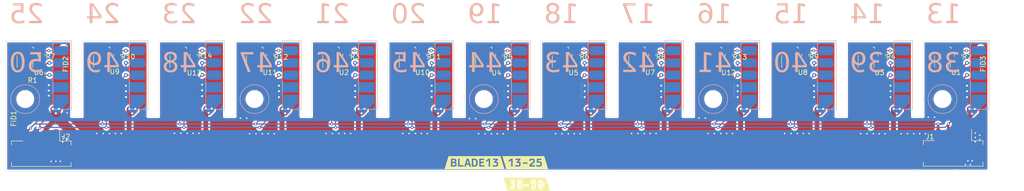
<source format=kicad_pcb>
(kicad_pcb (version 20221018) (generator pcbnew)
  (layers (0 "F.Cu" signal) (31 "B.Cu" signal) (34 "B.Paste" user) (35 "F.Paste" user) (36 "B.SilkS" user "B.Silkscreen") (37 "F.SilkS" user "F.Silkscreen") (38 "B.Mask" user) (39 "F.Mask" user) (44 "Edge.Cuts" user))
  (net 0 "")
  (net 1 "GND")
  (net 2 "VIN")
  (net 3 "RS-485+")
  (net 4 "RS-485-")
  (net 5 "/individual_slot/1WIRE")
  (net 6 "/individual_slot1/1WIRE")
  (net 7 "/individual_slot2/1WIRE")
  (net 8 "/individual_slot3/1WIRE")
  (net 9 "/individual_slot4/1WIRE")
  (net 10 "/individual_slot5/1WIRE")
  (net 11 "/individual_slot6/1WIRE")
  (net 12 "/individual_slot7/1WIRE")
  (net 13 "/individual_slot8/1WIRE")
  (net 14 "/individual_slot9/1WIRE")
  (net 15 "/individual_slot10/1WIRE")
  (net 16 "/individual_slot11/1WIRE")
  (net 17 "/individual_slot12/1WIRE")
  (footprint "MountingHole:MountingHole_3.2mm_M3" (layer "F.Cu") (at 9.6 37)
    (fp_text reference "H1" hide)
    (fp_text value "MountingHole")
  )
  (footprint "index:DS28E07_MULTI" (layer "F.Cu") (at 196.8 29.3 -90)
    (fp_text reference "U1")
    (fp_text value "DS28E07")
  )
  (footprint "Fiducial:Fiducial_1mm_Mask2mm" (layer "F.Cu") (at 7.5 44 90)
    (fp_text reference "FID1")
    (fp_text value "Fiducial")
  )
  (footprint "Resistor_SMD:R_0805_2012Metric" (layer "F.Cu") (at 90.75 28.000001 -90)
    (fp_text reference "R11")
    (fp_text value "1M")
  )
  (footprint "Resistor_SMD:R_0805_2012Metric" (layer "F.Cu") (at 153.2 28.000001 -90)
    (fp_text reference "R13")
    (fp_text value "1M")
  )
  (footprint "index:DS28E07_MULTI" (layer "F.Cu") (at 181.2 29.3 -90)
    (fp_text reference "U3")
    (fp_text value "DS28E07")
  )
  (footprint "index:DS28E07_MULTI" (layer "F.Cu") (at 103.132501 29.3175 -90)
    (fp_text reference "U4")
    (fp_text value "DS28E07")
  )
  (footprint "Connector_JST:JST_PH_B4B-PH-SM4-TB_1x04-1MP_P2.00mm_Vertical" (layer "F.Cu") (at 198.975 46.375 180)
    (fp_text reference "J1")
    (fp_text value "IN")
  )
  (footprint "index:DS28E07_MULTI" (layer "F.Cu") (at 40.75 29.3 -90)
    (fp_text reference "U13")
    (fp_text value "DS28E07")
  )
  (footprint "kibuzzard-65FDDA59" (layer "F.Cu") (at 111.65 50)
    (fp_text reference "kibuzzard-65FDDA59" hide)
    (fp_text value "G***" hide)
  )
  (footprint "Resistor_SMD:R_0805_2012Metric" (layer "F.Cu") (at 44 28 -90)
    (fp_text reference "R14")
    (fp_text value "1M")
  )
  (footprint "Resistor_SMD:R_0805_2012Metric" (layer "F.Cu") (at 28.35 28.000001 -90)
    (fp_text reference "R10")
    (fp_text value "1M")
  )
  (footprint "index:DS28E07_MULTI" (layer "F.Cu") (at 134.4 29.3 -90)
    (fp_text reference "U7")
    (fp_text value "DS28E07")
  )
  (footprint "Resistor_SMD:R_0805_2012Metric" (layer "F.Cu") (at 12.9 31.7 90)
    (fp_text reference "R1")
    (fp_text value "120R")
  )
  (footprint "Resistor_SMD:R_0805_2012Metric" (layer "F.Cu") (at 121.975 28.000001 -90)
    (fp_text reference "R6")
    (fp_text value "1M")
  )
  (footprint "Fiducial:Fiducial_1mm_Mask2mm" (layer "F.Cu") (at 17.45 26.7)
    (fp_text reference "FID2")
    (fp_text value "Fiducial")
  )
  (footprint "index:DS28E07_MULTI" (layer "F.Cu") (at 165.6 29.3 -90)
    (fp_text reference "U8")
    (fp_text value "DS28E07")
  )
  (footprint "kibuzzard-65FDDA45" (layer "F.Cu") (at 101.3 50)
    (fp_text reference "kibuzzard-65FDDA45" hide)
    (fp_text value "G***" hide)
  )
  (footprint "Fiducial:Fiducial_1mm_Mask2mm" (layer "F.Cu") (at 204.6 26.75)
    (fp_text reference "FID3")
    (fp_text value "Fiducial")
  )
  (footprint "Resistor_SMD:R_0805_2012Metric" (layer "F.Cu") (at 106.3325 28.017501 -90)
    (fp_text reference "R5")
    (fp_text value "1M")
  )
  (footprint "Resistor_SMD:R_0805_2012Metric" (layer "F.Cu") (at 12.9 28 -90)
    (fp_text reference "R7")
    (fp_text value "1M")
  )
  (footprint "Resistor_SMD:R_0805_2012Metric" (layer "F.Cu") (at 168.8 28.000001 -90)
    (fp_text reference "R9")
    (fp_text value "1M")
  )
  (footprint "index:DS28E07_MULTI" (layer "F.Cu") (at 9.55 29.3 -90)
    (fp_text reference "U6")
    (fp_text value "DS28E07")
  )
  (footprint "Resistor_SMD:R_0805_2012Metric" (layer "F.Cu") (at 75.1325 27.992501 -90)
    (fp_text reference "R3")
    (fp_text value "1M")
  )
  (footprint "index:DS28E07_MULTI" (layer "F.Cu") (at 71.932501 29.2925 -90)
    (fp_text reference "U2")
    (fp_text value "DS28E07")
  )
  (footprint "index:goblin" (layer "F.Cu") (at 118.904203 36.66107 95)
    (fp_text reference "G***" hide)
    (fp_text value "LOGO" hide)
  )
  (footprint "Connector_JST:JST_PH_B4B-PH-SM4-TB_1x04-1MP_P2.00mm_Vertical" (layer "F.Cu") (at 12.875 46.425 180)
    (fp_text reference "J2")
    (fp_text value "OUT")
  )
  (footprint "Resistor_SMD:R_0805_2012Metric" (layer "F.Cu") (at 59.575 28.000001 -90)
    (fp_text reference "R12")
    (fp_text value "1M")
  )
  (footprint "kibuzzard-65FDDA61" (layer "F.Cu") (at 111.95 54.45)
    (fp_text reference "kibuzzard-65FDDA61" hide)
    (fp_text value "G***" hide)
  )
  (footprint "index:DS28E07_MULTI" (layer "F.Cu") (at 56.375 29.3 -90)
    (fp_text reference "U11")
    (fp_text value "DS28E07")
  )
  (footprint "Resistor_SMD:R_0805_2012Metric" (layer "F.Cu") (at 184.4 28.000001 -90)
    (fp_text reference "R4")
    (fp_text value "1M")
  )
  (footprint "MountingHole:MountingHole_3.2mm_M3" (layer "F.Cu") (at 56.4 37 90)
    (fp_text reference "H3" hide)
    (fp_text value "MountingHole")
  )
  (footprint "index:DS28E07_MULTI" (layer "F.Cu") (at 150 29.3 -90)
    (fp_text reference "U12")
    (fp_text value "DS28E07")
  )
  (footprint "MountingHole:MountingHole_3.2mm_M3" (layer "F.Cu") (at 196.8 37 90)
    (fp_text reference "H5" hide)
    (fp_text value "MountingHole")
  )
  (footprint "index:DS28E07_MULTI" (layer "F.Cu") (at 118.775 29.3 -90)
    (fp_text reference "U5")
    (fp_text value "DS28E07")
  )
  (footprint "index:DS28E07_MULTI" (layer "F.Cu") (at 87.55 29.3 -90)
    (fp_text reference "U10")
    (fp_text value "DS28E07")
  )
  (footprint "Resistor_SMD:R_0805_2012Metric" (layer "F.Cu") (at 137.6 28.000001 -90)
    (fp_text reference "R8")
    (fp_text value "1M")
  )
  (footprint "MountingHole:MountingHole_3.2mm_M3" (layer "F.Cu") (at 103.2 37 90)
    (fp_text reference "H2" hide)
    (fp_text value "MountingHole")
  )
  (footprint "Resistor_SMD:R_0805_2012Metric" (layer "F.Cu") (at 200 28 -90)
    (fp_text reference "R2")
    (fp_text value "1M")
  )
  (footprint "MountingHole:MountingHole_3.2mm_M3" (layer "F.Cu") (at 150 37 90)
    (fp_text reference "H4" hide)
    (fp_text value "MountingHole")
  )
  (footprint "index:DS28E07_MULTI" (layer "F.Cu") (at 25.15 29.3 -90)
    (fp_text reference "U9")
    (fp_text value "DS28E07")
  )
  (footprint "index:AVX-915-005-541-Contact-Surface" (layer "B.Cu") (at 16.949999 27.100001 -90)
    (fp_text reference "J8" hide)
    (fp_text value "SPRING_PINS")
  )
  (footprint "index:AVX-915-005-541-Contact-Surface" (layer "B.Cu") (at 173 27.100001 -90)
    (fp_text reference "J10" hide)
    (fp_text value "SPRING_PINS")
  )
  (footprint "index:AVX-915-005-541-Contact-Surface" (layer "B.Cu") (at 188.6 27.100001 -90)
    (fp_text reference "J5" hide)
    (fp_text value "SPRING_PINS")
  )
  (footprint "index:AVX-915-005-541-Contact-Surface" (layer "B.Cu") (at 141.8 27.100001 -90)
    (fp_text reference "J9" hide)
    (fp_text value "SPRING_PINS")
  )
  (footprint "index:AVX-915-005-541-Contact-Surface" (layer "B.Cu") (at 94.95 27.100001 -90)
    (fp_text reference "J12" hide)
    (fp_text value "SPRING_PINS")
  )
  (footprint "index:AVX-915-005-541-Contact-Surface" (layer "B.Cu") (at 157.4 27.100001 -90)
    (fp_text reference "J14" hide)
    (fp_text value "SPRING_PINS")
  )
  (footprint "index:AVX-915-005-541-Contact-Surface" (layer "B.Cu") (at 126.175 27.100001 -90)
    (fp_text reference "J7" hide)
    (fp_text value "SPRING_PINS")
  )
  (footprint "index:AVX-915-005-541-Contact-Surface" (layer "B.Cu") (at 110.5325 27.117501 -90)
    (fp_text reference "J6" hide)
    (fp_text value "SPRING_PINS")
  )
  (footprint "index:AVX-915-005-541-Contact-Surface" (layer "B.Cu") (at 204.2 27.1 -90)
    (fp_text reference "J3" hide)
    (fp_text value "SPRING_PINS")
  )
  (footprint "index:AVX-915-005-541-Contact-Surface" (layer "B.Cu") (at 79.3325 27.092501 -90)
    (fp_text reference "J4" hide)
    (fp_text value "SPRING_PINS")
  )
  (footprint "index:AVX-915-005-541-Contact-Surface" (layer "B.Cu") (at 63.775 27.100001 -90)
    (fp_text reference "J13" hide)
    (fp_text value "SPRING_PINS")
  )
  (footprint "index:AVX-915-005-541-Contact-Surface" (layer "B.Cu") (at 32.55 27.100001 -90)
    (fp_text reference "J11" hide)
    (fp_text value "SPRING_PINS")
  )
  (footprint "index:AVX-915-005-541-Contact-Surface" (layer "B.Cu") (at 48.15 27.1 -90)
    (fp_text reference "J15" hide)
    (fp_text value "SPRING_PINS")
  )
  (gr_circle (center 150 37) (end 147.05 37) (stroke (width 0.12)) (fill none) (layer "B.SilkS"))
  (gr_circle (center 103.2 37) (end 100.25 37) (stroke (width 0.12)) (fill none) (layer "B.SilkS"))
  (gr_circle (center 9.6 37) (end 6.65 37) (stroke (width 0.12)) (fill none) (layer "B.SilkS"))
  (gr_circle (center 196.8 37) (end 193.85 37) (stroke (width 0.12)) (fill none) (layer "B.SilkS"))
  (gr_circle (center 56.4 37) (end 53.45 37) (stroke (width 0.12)) (fill none) (layer "B.SilkS"))
  (gr_line (start 50.25 40.6) (end 52.449886 40.6) (stroke (width 0.05)) (layer "Edge.Cuts"))
  (gr_line (start 68.050114 25.113687) (end 68.050114 40.6) (stroke (width 0.05)) (layer "Edge.Cuts"))
  (gr_line (start 65.850114 40.6) (end 68.05 40.6) (stroke (width 0.05)) (layer "Edge.Cuts"))
  (gr_line (start 159.450114 40.6) (end 161.65 40.6) (stroke (width 0.05)) (layer "Edge.Cuts"))
  (gr_line (start 83.650114 25.113687) (end 83.650114 40.6) (stroke (width 0.05)) (layer "Edge.Cuts"))
  (gr_line (start 130.450114 25.113687) (end 130.450114 40.6) (stroke (width 0.05)) (layer "Edge.Cuts"))
  (gr_line (start 19.050114 25.113687) (end 19.050114 40.6) (stroke (width 0.05)) (layer "Edge.Cuts"))
  (gr_line (start 112.650114 25.113687) (end 112.650114 40.6) (stroke (width 0.05)) (layer "Edge.Cuts"))
  (gr_line (start 123.250114 25.113687) (end 114.850114 25.113687) (stroke (width 0.05)) (layer "Edge.Cuts"))
  (gr_line (start 112.650114 40.6) (end 114.85 40.6) (stroke (width 0.05)) (layer "Edge.Cuts"))
  (gr_line (start 143.850114 25.113687) (end 143.850114 40.6) (stroke (width 0.05)) (layer "Edge.Cuts"))
  (gr_line (start 60.850114 25.113687) (end 65.850114 25.113687) (stroke (width 0.05)) (layer "Edge.Cuts"))
  (gr_line (start 123.250114 25.113687) (end 128.250114 25.113687) (stroke (width 0.05)) (layer "Edge.Cuts"))
  (gr_line (start 170.050114 25.113687) (end 161.650114 25.113687) (stroke (width 0.05)) (layer "Edge.Cuts"))
  (gr_line (start 128.250114 40.6) (end 130.45 40.6) (stroke (width 0.05)) (layer "Edge.Cuts"))
  (gr_line (start 36.85 25.1) (end 36.85 40.6) (stroke (width 0.05)) (layer "Edge.Cuts"))
  (gr_line (start 154.450114 25.113687) (end 159.450114 25.113687) (stroke (width 0.05)) (layer "Edge.Cuts"))
  (gr_line (start 92.050114 25.113687) (end 97.050114 25.113687) (stroke (width 0.05)) (layer "Edge.Cuts"))
  (gr_line (start 19.050114 40.6) (end 21.25 40.6) (stroke (width 0.05)) (layer "Edge.Cuts"))
  (gr_line (start 76.450114 25.113687) (end 68.050114 25.113687) (stroke (width 0.05)) (layer "Edge.Cuts"))
  (gr_line (start 138.850114 25.113687) (end 143.850114 25.113687) (stroke (width 0.05)) (layer "Edge.Cuts"))
  (gr_line (start 107.650114 25.113687) (end 112.650114 25.113687) (stroke (width 0.05)) (layer "Edge.Cuts"))
  (gr_line (start 21.250114 25.113687) (end 21.250114 40.6) (stroke (width 0.05)) (layer "Edge.Cuts"))
  (gr_line (start 5.65 51.725) (end 206.25 51.7) (stroke (width 0.05)) (layer "Edge.Cuts"))
  (gr_line (start 201.250114 25.113687) (end 192.850114 25.113687) (stroke (width 0.05)) (layer "Edge.Cuts"))
  (gr_line (start 143.850114 40.6) (end 146.05 40.6) (stroke (width 0.05)) (layer "Edge.Cuts"))
  (gr_line (start 138.850114 25.113687) (end 130.450114 25.113687) (stroke (width 0.05)) (layer "Edge.Cuts"))
  (gr_line (start 192.85 40.6) (end 192.850114 25.113687) (stroke (width 0.05)) (layer "Edge.Cuts"))
  (gr_line (start 159.450114 25.113687) (end 159.450114 40.6) (stroke (width 0.05)) (layer "Edge.Cuts"))
  (gr_line (start 99.250114 25.113687) (end 99.250114 40.6) (stroke (width 0.05)) (layer "Edge.Cuts"))
  (gr_line (start 92.050114 25.113687) (end 83.650114 25.113687) (stroke (width 0.05)) (layer "Edge.Cuts"))
  (gr_line (start 76.450114 25.113687) (end 81.450114 25.113687) (stroke (width 0.05)) (layer "Edge.Cuts"))
  (gr_line (start 52.450114 25.113687) (end 52.450114 40.6) (stroke (width 0.05)) (layer "Edge.Cuts"))
  (gr_line (start 175.050114 40.6) (end 177.25 40.6) (stroke (width 0.05)) (layer "Edge.Cuts"))
  (gr_line (start 146.05 40.6) (end 146.050114 25.113687) (stroke (width 0.05)) (layer "Edge.Cuts"))
  (gr_line (start 190.650114 25.113687) (end 177.250114 25.113687) (stroke (width 0.05)) (layer "Edge.Cuts"))
  (gr_line (start 128.250114 25.113687) (end 128.250114 40.6) (stroke (width 0.05)) (layer "Edge.Cuts"))
  (gr_line (start 14.050114 25.113687) (end 5.650114 25.113687) (stroke (width 0.05)) (layer "Edge.Cuts"))
  (gr_line (start 175.050114 25.113687) (end 175.050114 40.6) (stroke (width 0.05)) (layer "Edge.Cuts"))
  (gr_line (start 114.850114 25.113687) (end 114.850114 40.6) (stroke (width 0.05)) (layer "Edge.Cuts"))
  (gr_line (start 81.450114 40.6) (end 83.65 40.6) (stroke (width 0.05)) (layer "Edge.Cuts"))
  (gr_line (start 65.850114 25.113687) (end 65.850114 40.6) (stroke (width 0.05)) (layer "Edge.Cuts"))
  (gr_line (start 29.650114 25.113687) (end 21.250114 25.113687) (stroke (width 0.05)) (layer "Edge.Cuts"))
  (gr_line (start 177.25 40.6) (end 177.250114 25.113687) (stroke (width 0.05)) (layer "Edge.Cuts"))
  (gr_line (start 50.25 25.113687) (end 36.85 25.1) (stroke (width 0.05)) (layer "Edge.Cuts"))
  (gr_line (start 161.65 40.6) (end 161.650114 25.113687) (stroke (width 0.05)) (layer "Edge.Cuts"))
  (gr_line (start 154.450114 25.113687) (end 146.050114 25.113687) (stroke (width 0.05)) (layer "Edge.Cuts"))
  (gr_line (start 81.450114 25.113687) (end 81.450114 40.6) (stroke (width 0.05)) (layer "Edge.Cuts"))
  (gr_line (start 14.050114 25.113687) (end 19.050114 25.113687) (stroke (width 0.05)) (layer "Edge.Cuts"))
  (gr_line (start 60.850114 25.113687) (end 52.450114 25.113687) (stroke (width 0.05)) (layer "Edge.Cuts"))
  (gr_line (start 170.050114 25.113687) (end 175.050114 25.113687) (stroke (width 0.05)) (layer "Edge.Cuts"))
  (gr_line (start 5.65 51.725) (end 5.650114 25.113687) (stroke (width 0.05)) (layer "Edge.Cuts"))
  (gr_line (start 201.250114 25.113687) (end 206.250114 25.113687) (stroke (width 0.05)) (layer "Edge.Cuts"))
  (gr_line (start 34.650114 25.113687) (end 34.650114 40.6) (stroke (width 0.05)) (layer "Edge.Cuts"))
  (gr_line (start 206.250114 25.113687) (end 206.25 51.7) (stroke (width 0.05)) (layer "Edge.Cuts"))
  (gr_line (start 50.25 25.113687) (end 50.25 40.6) (stroke (width 0.05)) (layer "Edge.Cuts"))
  (gr_line (start 97.050114 25.113687) (end 97.050114 40.6) (stroke (width 0.05)) (layer "Edge.Cuts"))
  (gr_line (start 190.650114 25.113687) (end 190.650114 40.6) (stroke (width 0.05)) (layer "Edge.Cuts"))
  (gr_line (start 107.650114 25.113687) (end 99.250114 25.113687) (stroke (width 0.05)) (layer "Edge.Cuts"))
  (gr_line (start 97.050114 40.6) (end 99.25 40.6) (stroke (width 0.05)) (layer "Edge.Cuts"))
  (gr_line (start 34.650114 40.6) (end 36.85 40.6) (stroke (width 0.05)) (layer "Edge.Cuts"))
  (gr_line (start 29.650114 25.113687) (end 34.650114 25.113687) (stroke (width 0.05)) (layer "Edge.Cuts"))
  (gr_line (start 190.650114 40.6) (end 192.85 40.6) (stroke (width 0.05)) (layer "Edge.Cuts"))
  (gr_text "13" (at 200.6 22.15) (layer "B.SilkS") (effects (font (size 4 4) (thickness 0.1)) (justify left bottom mirror)))
  (gr_text "45" (at 91.4 32.15) (layer "B.SilkS") (effects (font (size 4 4) (thickness 0.1)) (justify left bottom mirror)))
  (gr_text "38" (at 200.6 32.15) (layer "B.SilkS") (effects (font (size 4 4) (thickness 0.1)) (justify left bottom mirror)))
  (gr_text "43" (at 122.6 32.15) (layer "B.SilkS") (effects (font (size 4 4) (thickness 0.1)) (justify left bottom mirror)))
  (gr_text "50" (at 13.4 32.15) (layer "B.SilkS") (effects (font (size 4 4) (thickness 0.1)) (justify left bottom mirror)))
  (gr_text "14" (at 185 22.15) (layer "B.SilkS") (effects (font (size 4 4) (thickness 0.1)) (justify left bottom mirror)))
  (gr_text "39" (at 185 32.15) (layer "B.SilkS") (effects (font (size 4 4) (thickness 0.1)) (justify left bottom mirror)))
  (gr_text "24" (at 29 22.15) (layer "B.SilkS") (effects (font (size 4 4) (thickness 0.1)) (justify left bottom mirror)))
  (gr_text "44" (at 107 32.15) (layer "B.SilkS") (effects (font (size 4 4) (thickness 0.1)) (justify left bottom mirror)))
  (gr_text "23" (at 44.6 22.15) (layer "B.SilkS") (effects (font (size 4 4) (thickness 0.1)) (justify left bottom mirror)))
  (gr_text "40" (at 169.4 32.15) (layer "B.SilkS") (effects (font (size 4 4) (thickness 0.1)) (justify left bottom mirror)))
  (gr_text "18" (at 122.6 22.15) (layer "B.SilkS") (effects (font (size 4 4) (thickness 0.1)) (justify left bottom mirror)))
  (gr_text "15" (at 169.4 22.15) (layer "B.SilkS") (effects (font (size 4 4) (thickness 0.1)) (justify left bottom mirror)))
  (gr_text "42" (at 138.2 32.15) (layer "B.SilkS") (effects (font (size 4 4) (thickness 0.1)) (justify left bottom mirror)))
  (gr_text "48" (at 44.6 32.15) (layer "B.SilkS") (effects (font (size 4 4) (thickness 0.1)) (justify left bottom mirror)))
  (gr_text "41" (at 153.8 32.15) (layer "B.SilkS") (effects (font (size 4 4) (thickness 0.1)) (justify left bottom mirror)))
  (gr_text "22" (at 60.2 22.15) (layer "B.SilkS") (effects (font (size 4 4) (thickness 0.1)) (justify left bottom mirror)))
  (gr_text "25" (at 13.4 22.15) (layer "B.SilkS") (effects (font (size 4 4) (thickness 0.1)) (justify left bottom mirror)))
  (gr_text "21" (at 75.8 22.15) (layer "B.SilkS") (effects (font (size 4 4) (thickness 0.1)) (justify left bottom mirror)))
  (gr_text "19" (at 107 22.15) (layer "B.SilkS") (effects (font (size 4 4) (thickness 0.1)) (justify left bottom mirror)))
  (gr_text "16" (at 153.8 22.15) (layer "B.SilkS") (effects (font (size 4 4) (thickness 0.1)) (justify left bottom mirror)))
  (gr_text "46" (at 75.8 32.15) (layer "B.SilkS") (effects (font (size 4 4) (thickness 0.1)) (justify left bottom mirror)))
  (gr_text "49" (at 29 32.15) (layer "B.SilkS") (effects (font (size 4 4) (thickness 0.1)) (justify left bottom mirror)))
  (gr_text "47" (at 60.2 32.15) (layer "B.SilkS") (effects (font (size 4 4) (thickness 0.1)) (justify left bottom mirror)))
  (gr_text "20" (at 91.4 22.15) (layer "B.SilkS") (effects (font (size 4 4) (thickness 0.1)) (justify left bottom mirror)))
  (gr_text "17" (at 138.2 22.15) (layer "B.SilkS") (effects (font (size 4 4) (thickness 0.1)) (justify left bottom mirror)))
  (segment (start 188.45 32.5) (end 188.45 30) (width 0.5) (layer "F.Cu") (net 1))
  (segment (start 184.1625 28.9125) (end 182.85 27.6) (width 0.5) (layer "F.Cu") (net 1))
  (segment (start 201.8 34.25) (end 202.3 34.25) (width 0.5) (layer "F.Cu") (net 1))
  (segment (start 63.625 30) (end 61.925 28.3) (width 0.5) (layer "F.Cu") (net 1))
  (segment (start 94.8 30) (end 93.1 28.3) (width 0.5) (layer "F.Cu") (net 1))
  (segment (start 15.149999 34.15) (end 14.4 34.15) (width 0.5) (layer "F.Cu") (net 1))
  (segment (start 201.2 28.3) (end 200.5875 28.9125) (width 0.5) (layer "F.Cu") (net 1))
  (segment (start 170 28.3) (end 169.3875 28.9125) (width 0.5) (layer "F.Cu") (net 1))
  (segment (start 108.6325 34.267501) (end 110.3825 32.5175) (width 0.5) (layer "F.Cu") (net 1))
  (segment (start 138.8 28.3) (end 138.1875 28.9125) (width 0.5) (layer "F.Cu") (net 1))
  (segment (start 139.95 28.3) (end 138.8 28.3) (width 0.5) (layer "F.Cu") (net 1))
  (segment (start 124.325 28.3) (end 123.175 28.3) (width 0.5) (layer "F.Cu") (net 1))
  (segment (start 79.1825 32.4925) (end 79.1825 29.9925) (width 0.5) (layer "F.Cu") (net 1))
  (segment (start 154.4 28.3) (end 153.7875 28.9125) (width 0.5) (layer "F.Cu") (net 1))
  (segment (start 198.45 27.6) (end 197.8 27.6) (width 0.5) (layer "F.Cu") (net 1))
  (segment (start 199.7625 28.9125) (end 198.45 27.6) (width 0.5) (layer "F.Cu") (net 1))
  (segment (start 29.55 28.3) (end 28.9375 28.9125) (width 0.5) (layer "F.Cu") (net 1))
  (segment (start 74.895 28.905) (end 73.5825 27.5925) (width 0.5) (layer "F.Cu") (net 1))
  (segment (start 204.05 30) (end 202.35 28.3) (width 0.5) (layer "F.Cu") (net 1))
  (segment (start 90.5125 28.9125) (end 89.2 27.6) (width 0.5) (layer "F.Cu") (net 1))
  (segment (start 91.95 28.3) (end 91.3375 28.9125) (width 0.5) (layer "F.Cu") (net 1))
  (segment (start 126.025 32.5) (end 126.025 30) (width 0.5) (layer "F.Cu") (net 1))
  (segment (start 121.7375 28.9125) (end 120.425 27.6) (width 0.5) (layer "F.Cu") (net 1))
  (segment (start 26.8 27.6) (end 26.15 27.6) (width 0.5) (layer "F.Cu") (net 1))
  (segment (start 186.75 28.3) (end 185.6 28.3) (width 0.5) (layer "F.Cu") (net 1))
  (segment (start 154.999999 34.25) (end 155.5 34.25) (width 0.5) (layer "F.Cu") (net 1))
  (segment (start 155.55 28.3) (end 154.4 28.3) (width 0.5) (layer "F.Cu") (net 1))
  (segment (start 141.65 32.5) (end 141.65 30) (width 0.5) (layer "F.Cu") (net 1))
  (segment (start 126.025 30) (end 124.325 28.3) (width 0.5) (layer "F.Cu") (net 1))
  (segment (start 200.5875 28.9125) (end 199.7625 28.9125) (width 0.5) (layer "F.Cu") (net 1))
  (segment (start 152.9625 28.9125) (end 151.65 27.6) (width 0.5) (layer "F.Cu") (net 1))
  (segment (start 28.9375 28.9125) (end 28.1125 28.9125) (width 0.5) (layer "F.Cu") (net 1))
  (segment (start 139.399999 34.25) (end 139.9 34.25) (width 0.5) (layer "F.Cu") (net 1))
  (segment (start 93.1 28.3) (end 91.95 28.3) (width 0.5) (layer "F.Cu") (net 1))
  (segment (start 59.3375 28.9125) (end 58.025 27.6) (width 0.5) (layer "F.Cu") (net 1))
  (segment (start 106.095 28.93) (end 104.7825 27.6175) (width 0.5) (layer "F.Cu") (net 1))
  (segment (start 123.774999 34.25) (end 124.275 34.25) (width 0.5) (layer "F.Cu") (net 1))
  (segment (start 202.35 28.3) (end 201.2 28.3) (width 0.5) (layer "F.Cu") (net 1))
  (segment (start 110.3825 30.0175) (end 108.6825 28.3175) (width 0.5) (layer "F.Cu") (net 1))
  (segment (start 120.425 27.6) (end 119.775 27.6) (width 0.5) (layer "F.Cu") (net 1))
  (segment (start 106.92 28.93) (end 106.095 28.93) (width 0.5) (layer "F.Cu") (net 1))
  (segment (start 13.949999 28.3) (end 13.337499 28.9125) (width 0.5) (layer "F.Cu") (net 1))
  (segment (start 155.5 34.25) (end 157.25 32.5) (width 0.5) (layer "F.Cu") (net 1))
  (segment (start 44.3375 28.9125) (end 44 28.9125) (width 0.5) (layer "F.Cu") (net 1))
  (segment (start 136.05 27.6) (end 135.4 27.6) (width 0.5) (layer "F.Cu") (net 1))
  (segment (start 30.7 28.3) (end 29.55 28.3) (width 0.5) (layer "F.Cu") (net 1))
  (segment (start 202.3 34.25) (end 204.05 32.5) (width 0.5) (layer "F.Cu") (net 1))
  (segment (start 185.6 28.3) (end 184.9875 28.9125) (width 0.5) (layer "F.Cu") (net 1))
  (segment (start 124.275 34.25) (end 126.025 32.5) (width 0.5) (layer "F.Cu") (net 1))
  (segment (start 79.1825 29.9925) (end 77.4825 28.2925) (width 0.5) (layer "F.Cu") (net 1))
  (segment (start 186.199999 34.25) (end 186.7 34.25) (width 0.5) (layer "F.Cu") (net 1))
  (segment (start 47.85 29.65) (end 46.4 28.2) (width 0.5) (layer "F.Cu") (net 1))
  (segment (start 89.2 27.6) (end 88.55 27.6) (width 0.5) (layer "F.Cu") (net 1))
  (segment (start 63.625 32.5) (end 63.625 30) (width 0.5) (layer "F.Cu") (net 1))
  (segment (start 172.85 32.5) (end 172.85 30) (width 0.5) (layer "F.Cu") (net 1))
  (segment (start 60.1625 28.9125) (end 59.3375 28.9125) (width 0.5) (layer "F.Cu") (net 1))
  (segment (start 61.875 34.25) (end 63.625 32.5) (width 0.5) (layer "F.Cu") (net 1))
  (segment (start 16.799999 30) (end 15.099999 28.3) (width 0.5) (layer "F.Cu") (net 1))
  (segment (start 73.5825 27.5925) (end 72.9325 27.5925) (width 0.5) (layer "F.Cu") (net 1))
  (segment (start 123.175 28.3) (end 122.5625 28.9125) (width 0.5) (layer "F.Cu") (net 1))
  (segment (start 92.549999 34.25) (end 93.05 34.25) (width 0.5) (layer "F.Cu") (net 1))
  (segment (start 28.1125 28.9125) (end 26.8 27.6) (width 0.5) (layer "F.Cu") (net 1))
  (segment (start 16.799999 32.5) (end 15.149999 34.15) (width 0.5) (layer "F.Cu") (net 1))
  (segment (start 13.337499 28.9125) (end 12.512499 28.9125) (width 0.5) (layer "F.Cu") (net 1))
  (segment (start 107.5325 28.3175) (end 106.92 28.93) (width 0.5) (layer "F.Cu") (net 1))
  (segment (start 172.85 30) (end 171.15 28.3) (width 0.5) (layer "F.Cu") (net 1))
  (segment (start 77.4325 34.242501) (end 79.1825 32.4925) (width 0.5) (layer "F.Cu") (net 1))
  (segment (start 76.3325 28.2925) (end 75.72 28.905) (width 0.5) (layer "F.Cu") (net 1))
  (segment (start 110.3825 32.5175) (end 110.3825 30.0175) (width 0.5) (layer "F.Cu") (net 1))
  (segment (start 60.775 28.3) (end 60.1625 28.9125) (width 0.5) (layer "F.Cu") (net 1))
  (segment (start 45.05 28.2) (end 44.3375 28.9125) (width 0.5) (layer "F.Cu") (net 1))
  (segment (start 47.85 32.45) (end 47.85 29.65) (width 0.5) (layer "F.Cu") (net 1))
  (segment (start 171.15 28.3) (end 170 28.3) (width 0.5) (layer "F.Cu") (net 1))
  (segment (start 122.5625 28.9125) (end 121.7375 28.9125) (width 0.5) (layer "F.Cu") (net 1))
  (segment (start 171.1 34.25) (end 172.85 32.5) (width 0.5) (layer "F.Cu") (net 1))
  (segment (start 169.3875 28.9125) (end 168.5625 28.9125) (width 0.5) (layer "F.Cu") (net 1))
  (segment (start 15.099999 28.3) (end 13.949999 28.3) (width 0.5) (layer "F.Cu") (net 1))
  (segment (start 137.3625 28.9125) (end 136.05 27.6) (width 0.5) (layer "F.Cu") (net 1))
  (segment (start 94.8 32.5) (end 94.8 30) (width 0.5) (layer "F.Cu") (net 1))
  (segment (start 30.65 34.25) (end 32.4 32.5) (width 0.5) (layer "F.Cu") (net 1))
  (segment (start 153.7875 28.9125) (end 152.9625 28.9125) (width 0.5) (layer "F.Cu") (net 1))
  (segment (start 61.925 28.3) (end 60.775 28.3) (width 0.5) (layer "F.Cu") (net 1))
  (segment (start 139.9 34.25) (end 141.65 32.5) (width 0.5) (layer "F.Cu") (net 1))
  (segment (start 12.512499 28.9125) (end 11.199999 27.6) (width 0.5) (layer "F.Cu") (net 1))
  (segment (start 204.05 32.5) (end 204.05 30) (width 0.5) (layer "F.Cu") (net 1))
  (segment (start 32.4 32.5) (end 32.4 30) (width 0.5) (layer "F.Cu") (net 1))
  (segment (start 46.4 28.2) (end 45.05 28.2) (width 0.5) (layer "F.Cu") (net 1))
  (segment (start 11.199999 27.6) (end 10.549999 27.6) (width 0.5) (layer "F.Cu") (net 1))
  (segment (start 184.9875 28.9125) (end 184.1625 28.9125) (width 0.5) (layer "F.Cu") (net 1))
  (segment (start 77.4825 28.2925) (end 76.3325 28.2925) (width 0.5) (layer "F.Cu") (net 1))
  (segment (start 170.599999 34.25) (end 171.1 34.25) (width 0.5) (layer "F.Cu") (net 1))
  (segment (start 157.25 30) (end 155.55 28.3) (width 0.5) (layer "F.Cu") (net 1))
  (segment (start 167.25 27.6) (end 166.6 27.6) (width 0.5) (layer "F.Cu") (net 1))
  (segment (start 32.4 30) (end 30.7 28.3) (width 0.5) (layer "F.Cu") (net 1))
  (segment (start 61.374999 34.25) (end 61.875 34.25) (width 0.5) (layer "F.Cu") (net 1))
  (segment (start 16.799999 32.5) (end 16.799999 30) (width 0.5) (layer "F.Cu") (net 1))
  (segment (start 45.7 34.05) (end 46.25 34.05) (width 0.5) (layer "F.Cu") (net 1))
  (segment (start 104.7825 27.6175) (end 104.1325 27.6175) (width 0.5) (layer "F.Cu") (net 1))
  (segment (start 91.3375 28.9125) (end 90.5125 28.9125) (width 0.5) (layer "F.Cu") (net 1))
  (segment (start 138.1875 28.9125) (end 137.3625 28.9125) (width 0.5) (layer "F.Cu") (net 1))
  (segment (start 168.5625 28.9125) (end 167.25 27.6) (width 0.5) (layer "F.Cu") (net 1))
  (segment (start 108.1325 34.3675) (end 108.6325 34.367501) (width 0.5) (layer "F.Cu") (net 1))
  (segment (start 141.65 30) (end 139.95 28.3) (width 0.5) (layer "F.Cu") (net 1))
  (segment (start 188.45 30) (end 186.75 28.3) (width 0.5) (layer "F.Cu") (net 1))
  (segment (start 76.9325 34.2425) (end 77.4325 34.242501) (width 0.5) (layer "F.Cu") (net 1))
  (segment (start 182.85 27.6) (end 182.2 27.6) (width 0.5) (layer "F.Cu") (net 1))
  (segment (start 157.25 32.5) (end 157.25 30) (width 0.5) (layer "F.Cu") (net 1))
  (segment (start 75.72 28.905) (end 74.895 28.905) (width 0.5) (layer "F.Cu") (net 1))
  (segment (start 151.65 27.6) (end 151 27.6) (width 0.5) (layer "F.Cu") (net 1))
  (segment (start 108.6825 28.3175) (end 107.5325 28.3175) (width 0.5) (layer "F.Cu") (net 1))
  (segment (start 58.025 27.6) (end 57.375 27.6) (width 0.5) (layer "F.Cu") (net 1))
  (segment (start 93.05 34.25) (end 94.8 32.5) (width 0.5) (layer "F.Cu") (net 1))
  (segment (start 186.7 34.25) (end 188.45 32.5) (width 0.5) (layer "F.Cu") (net 1))
  (segment (start 46.25 34.05) (end 47.85 32.45) (width 0.5) (layer "F.Cu") (net 1))
  (segment (start 30.149999 34.25) (end 30.65 34.25) (width 0.5) (layer "F.Cu") (net 1))
  (via (at 101.55 41) (size 0.6) (drill 0.3) (layers "F.Cu" "B.Cu") (net 1))
  (via (at 29.2 44.05) (size 0.6) (drill 0.3) (layers "F.Cu" "B.Cu") (net 1))
  (via (at 123.774999 34.25) (size 0.8) (drill 0.4) (layers "F.Cu" "B.Cu") (net 1))
  (via (at 54.8 40.9) (size 0.6) (drill 0.3) (layers "F.Cu" "B.Cu") (net 1))
  (via (at 153.95 44.05) (size 0.6) (drill 0.3) (layers "F.Cu" "B.Cu") (net 1))
  (via (at 120.45 44.1) (size 0.6) (drill 0.3) (layers "F.Cu" "B.Cu") (net 1))
  (via (at 108.1325 35.4175) (size 0.8) (drill 0.4) (layers "F.Cu" "B.Cu") (net 1))
  (via (at 60.4 44.1) (size 0.6) (drill 0.3) (layers "F.Cu" "B.Cu") (net 1))
  (via (at 123.775 35.399999) (size 0.8) (drill 0.4) (layers "F.Cu" "B.Cu") (net 1))
  (via (at 164.6 44.05) (size 0.6) (drill 0.3) (layers "F.Cu" "B.Cu") (net 1))
  (via (at 102.15 44.1) (size 0.6) (drill 0.3) (layers "F.Cu" "B.Cu") (net 1))
  (via (at 40.05 44) (size 0.6) (drill 0.3) (layers "F.Cu" "B.Cu") (net 1))
  (via (at 182.7 44.1) (size 0.6) (drill 0.3) (layers "F.Cu" "B.Cu") (net 1))
  (via (at 189.65 44.1) (size 0.6) (drill 0.3) (layers "F.Cu" "B.Cu") (net 1))
  (via (at 108.1325 36.6175) (size 0.8) (drill 0.4) (layers "F.Cu" "B.Cu") (net 1))
  (via (at 76.9325 36.5925) (size 0.8) (drill 0.4) (layers "F.Cu" "B.Cu") (net 1))
  (via (at 73.6 44.05) (size 0.6) (drill 0.3) (layers "F.Cu" "B.Cu") (net 1))
  (via (at 18.05 45.3) (size 0.6) (drill 0.3) (layers "F.Cu" "B.Cu") (net 1))
  (via (at 105.95 44.1) (size 0.6) (drill 0.3) (layers "F.Cu" "B.Cu") (net 1))
  (via (at 135.95 44.05) (size 0.6) (drill 0.3) (layers "F.Cu" "B.Cu") (net 1))
  (via (at 188.35 44.1) (size 0.6) (drill 0.3) (layers "F.Cu" "B.Cu") (net 1))
  (via (at 87.95 44.05) (size 0.6) (drill 0.3) (layers "F.Cu" "B.Cu") (net 1))
  (via (at 14.9 49.75) (size 0.6) (drill 0.3) (layers "F.Cu" "B.Cu") (net 1))
  (via (at 154.999999 36.6) (size 0.8) (drill 0.4) (layers "F.Cu" "B.Cu") (net 1))
  (via (at 134.65 44.05) (size 0.6) (drill 0.3) (layers "F.Cu" "B.Cu") (net 1))
  (via (at 43.85 44) (size 0.6) (drill 0.3) (layers "F.Cu" "B.Cu") (net 1))
  (via (at 201.5 50.4) (size 0.6) (drill 0.3) (layers "F.Cu" "B.Cu") (net 1))
  (via (at 45.7 36.4) (size 0.8) (drill 0.4) (layers "F.Cu" "B.Cu") (net 1))
  (via (at 41.35 44) (size 0.6) (drill 0.3) (layers "F.Cu" "B.Cu") (net 1))
  (via (at 59.2 44.1) (size 0.6) (drill 0.3) (layers "F.Cu" "B.Cu") (net 1))
  (via (at 91.65 44.05) (size 0.6) (drill 0.3) (layers "F.Cu" "B.Cu") (net 1))
  (via (at 117.85 44.1) (size 0.6) (drill 0.3) (layers "F.Cu" "B.Cu") (net 1))
  (via (at 92.549999 34.25) (size 0.8) (drill 0.4) (layers "F.Cu" "B.Cu") (net 1))
  (via (at 76 44.05) (size 0.6) (drill 0.3) (layers "F.Cu" "B.Cu") (net 1))
  (via (at 16.75 49.75) (size 0.6) (drill 0.3) (layers "F.Cu" "B.Cu") (net 1))
  (via (at 61.374999 34.25) (size 0.8) (drill 0.4) (layers "F.Cu" "B.Cu") (net 1))
  (via (at 45.7 34.05) (size 0.8) (drill 0.4) (layers "F.Cu" "B.Cu") (net 1))
  (via (at 14.4 34.15) (size 0.8) (drill 0.4) (layers "F.Cu" "B.Cu") (net 1))
  (via (at 203.5 43.95) (size 0.6) (drill 0.3) (layers "F.Cu" "B.Cu") (net 1))
  (via (at 76.9325 34.2425) (size 0.8) (drill 0.4) (layers "F.Cu" "B.Cu") (net 1))
  (via (at 92.55 35.399999) (size 0.8) (drill 0.4) (layers "F.Cu" "B.Cu") (net 1))
  (via (at 14.4 36.3) (size 0.8) (drill 0.4) (layers "F.Cu" "B.Cu") (net 1))
  (via (at 100.25 41) (size 0.6) (drill 0.3) (layers "F.Cu" "B.Cu") (net 1))
  (via (at 192.15 44.1) (size 0.6) (drill 0.3) (layers "F.Cu" "B.Cu") (net 1))
  (via (at 139.399999 34.25) (size 0.8) (drill 0.4) (layers "F.Cu" "B.Cu") (net 1))
  (via (at 56.7 44.1) (size 0.6) (drill 0.3) (layers "F.Cu" "B.Cu") (net 1))
  (via (at 170.6 35.399999) (size 0.8) (drill 0.4) (layers "F.Cu" "B.Cu") (net 1))
  (via (at 167.2 44.05) (size 0.6) (drill 0.3) (layers "F.Cu" "B.Cu") (net 1))
  (via (at 186.199999 34.25) (size 0.8) (drill 0.4) (layers "F.Cu" "B.Cu") (net 1))
  (via (at 155 35.399999) (size 0.8) (drill 0.4) (layers "F.Cu" "B.Cu") (net 1))
  (via (at 72.3 44.05) (size 0.6) (drill 0.3) (layers "F.Cu" "B.Cu") (net 1))
  (via (at 183.9 44.1) (size 0.6) (drill 0.3) (layers "F.Cu" "B.Cu") (net 1))
  (via (at 53.5 40.9) (size 0.6) (drill 0.3) (layers "F.Cu" "B.Cu") (net 1))
  (via (at 30.149999 34.25) (size 0.8) (drill 0.4) (layers "F.Cu" "B.Cu") (net 1))
  (via (at 186.199999 36.6) (size 0.8) (drill 0.4) (layers "F.Cu" "B.Cu") (net 1))
  (via (at 185.1 44.1) (size 0.6) (drill 0.3) (layers "F.Cu" "B.Cu") (net 1))
  (via (at 17.25 44.7) (size 0.6) (drill 0.3) (layers "F.Cu" "B.Cu") (net 1))
  (via (at 181.4 44.1) (size 0.6) (drill 0.3) (layers "F.Cu" "B.Cu") (net 1))
  (via (at 170.599999 34.25) (size 0.8) (drill 0.4) (layers "F.Cu" "B.Cu") (net 1))
  (via (at 14.4 35.25) (size 0.8) (drill 0.4) (layers "F.Cu" "B.Cu") (net 1))
  (via (at 45.700001 35.199999) (size 0.8) (drill 0.4) (layers "F.Cu" "B.Cu") (net 1))
  (via (at 202.5 50.4) (size 0.6) (drill 0.3) (layers "F.Cu" "B.Cu") (net 1))
  (via (at 104.75 44.1) (size 0.6) (drill 0.3) (layers "F.Cu" "B.Cu") (net 1))
  (via (at 203.5 44.85) (size 0.6) (drill 0.3) (layers "F.Cu" "B.Cu") (net 1))
  (via (at 148.4 40.9) (size 0.6) (drill 0.3) (layers "F.Cu" "B.Cu") (net 1))
  (via (at 137.15 44.05) (size 0.6) (drill 0.3) (layers "F.Cu" "B.Cu") (net 1))
  (via (at 170.599999 36.6) (size 0.8) (drill 0.4) (layers "F.Cu" "B.Cu") (net 1))
  (via (at 122.85 44.1) (size 0.6) (drill 0.3) (layers "F.Cu" "B.Cu") (net 1))
  (via (at 202 49.65) (size 0.6) (drill 0.3) (layers "F.Cu" "B.Cu") (net 1))
  (via (at 154.999999 34.25) (size 0.8) (drill 0.4) (layers "F.Cu" "B.Cu") (net 1))
  (via (at 26.8 44.05) (size 0.6) (drill 0.3) (layers "F.Cu" "B.Cu") (net 1))
  (via (at 45.05 44) (size 0.6) (drill 0.3) (layers "F.Cu" "B.Cu") (net 1))
  (via (at 201.8 36.6) (size 0.8) (drill 0.4) (layers "F.Cu" "B.Cu") (net 1))
  (via (at 61.375 35.399999) (size 0.8) (drill 0.4) (layers "F.Cu" "B.Cu") (net 1))
  (via (at 203.5 45.75) (size 0.6) (drill 0.3) (layers "F.Cu" "B.Cu") (net 1))
  (via (at 133.35 44.05) (size 0.6) (drill 0.3) (layers "F.Cu" "B.Cu") (net 1))
  (via (at 58 44.1) (size 0.6) (drill 0.3) (layers "F.Cu" "B.Cu") (net 1))
  (via (at 17.25 45.8) (size 0.6) (drill 0.3) (layers "F.Cu" "B.Cu") (net 1))
  (via (at 74.8 44.05) (size 0.6) (drill 0.3) (layers "F.Cu" "B.Cu") (net 1))
  (via (at 107.15 44.1) (size 0.6) (drill 0.3) (layers "F.Cu" "B.Cu") (net 1))
  (via (at 24.2 44.05) (size 0.6) (drill 0.3) (layers "F.Cu" "B.Cu") (net 1))
  (via (at 18.15 39.8) (size 0.6) (drill 0.3) (layers "F.Cu" "B.Cu") (net 1))
  (via (at 89.25 44.05) (size 0.6) (drill 0.3) (layers "F.Cu" "B.Cu") (net 1))
  (via (at 201.8 34.25) (size 0.8) (drill 0.4) (layers "F.Cu" "B.Cu") (net 1))
  (via (at 86.65 44.05) (size 0.6) (drill 0.3) (layers "F.Cu" "B.Cu") (net 1))
  (via (at 108.1325 34.2675) (size 0.8) (drill 0.4) (layers "F.Cu" "B.Cu") (net 1))
  (via (at 119.15 44.1) (size 0.6) (drill 0.3) (layers "F.Cu" "B.Cu") (net 1))
  (via (at 195.2 40.7) (size 0.6) (drill 0.3) (layers "F.Cu" "B.Cu") (net 1))
  (via (at 193.35 44.1) (size 0.6) (drill 0.3) (layers "F.Cu" "B.Cu") (net 1))
  (via (at 138.35 44.05) (size 0.6) (drill 0.3) (layers "F.Cu" "B.Cu") (net 1))
  (via (at 186.2 35.399999) (size 0.8) (drill 0.4) (layers "F.Cu" "B.Cu") (net 1))
  (via (at 103.45 44.1) (size 0.6) (drill 0.3) (layers "F.Cu" "B.Cu") (net 1))
  (via (at 201.8 35.4) (size 0.8) (drill 0.4) (layers "F.Cu" "B.Cu") (net 1))
  (via (at 55.4 44.1) (size 0.6) (drill 0.3) (layers "F.Cu" "B.Cu") (net 1))
  (via (at 168.4 44.05) (size 0.6) (drill 0.3) (layers "F.Cu" "B.Cu") (net 1))
  (via (at 76.9325 35.3925) (size 0.8) (drill 0.4) (layers "F.Cu" "B.Cu") (net 1))
  (via (at 30.15 35.399999) (size 0.8) (drill 0.4) (layers "F.Cu" "B.Cu") (net 1))
  (via (at 30.149999 36.6) (size 0.8) (drill 0.4) (layers "F.Cu" "B.Cu") (net 1))
  (via (at 169.6 44.05) (size 0.6) (drill 0.3) (layers "F.Cu" "B.Cu") (net 1))
  (via (at 150.25 44.05) (size 0.6) (drill 0.3) (layers "F.Cu" "B.Cu") (net 1))
  (via (at 204.4 45.3) (size 0.6) (drill 0.3) (layers "F.Cu" "B.Cu") (net 1))
  (via (at 28 44.05) (size 0.6) (drill 0.3) (layers "F.Cu" "B.Cu") (net 1))
  (via (at 147.1 40.9) (size 0.6) (drill 0.3) (layers "F.Cu" "B.Cu") (net 1))
  (via (at 121.65 44.1) (size 0.6) (drill 0.3) (layers "F.Cu" "B.Cu") (net 1))
  (via (at 148.95 44.05) (size 0.6) (drill 0.3) (layers "F.Cu" "B.Cu") (net 1))
  (via (at 90.45 44.05) (size 0.6) (drill 0.3) (layers "F.Cu" "B.Cu") (net 1))
  (via (at 193.9 40.7) (size 0.6) (drill 0.3) (layers "F.Cu" "B.Cu") (net 1))
  (via (at 61.374999 36.6) (size 0.8) (drill 0.4) (layers "F.Cu" "B.Cu") (net 1))
  (via (at 15.85 49.75) (size 0.6) (drill 0.3) (layers "F.Cu" "B.Cu") (net 1))
  (via (at 71 44.05) (size 0.6) (drill 0.3) (layers "F.Cu" "B.Cu") (net 1))
  (via (at 151.55 44.05) (size 0.6) (drill 0.3) (layers "F.Cu" "B.Cu") (net 1))
  (via (at 139.4 35.399999) (size 0.8) (drill 0.4) (layers "F.Cu" "B.Cu") (net 1))
  (via (at 25.5 44.05) (size 0.6) (drill 0.3) (layers "F.Cu" "B.Cu") (net 1))
  (via (at 165.9 44.05) (size 0.6) (drill 0.3) (layers "F.Cu" "B.Cu") (net 1))
  (via (at 92.549999 36.6) (size 0.8) (drill 0.4) (layers "F.Cu" "B.Cu") (net 1))
  (via (at 139.399999 36.6) (size 0.8) (drill 0.4) (layers "F.Cu" "B.Cu") (net 1))
  (via (at 152.75 44.05) (size 0.6) (drill 0.3) (layers "F.Cu" "B.Cu") (net 1))
  (via (at 204.4 44.4) (size 0.6) (drill 0.3) (layers "F.Cu" "B.Cu") (net 1))
  (via (at 42.65 44) (size 0.6) (drill 0.3) (layers "F.Cu" "B.Cu") (net 1))
  (via (at 180.1 44.1) (size 0.6) (drill 0.3) (layers "F.Cu" "B.Cu") (net 1))
  (via (at 123.774999 36.6) (size 0.8) (drill 0.4) (layers "F.Cu" "B.Cu") (net 1))
  (via (at 202.85 49.65) (size 0.6) (drill 0.3) (layers "F.Cu" "B.Cu") (net 1))
  (via (at 190.95 44.1) (size 0.6) (drill 0.3) (layers "F.Cu" "B.Cu") (net 1))
  (segment (start 156.25 39.9) (end 155.65 39.3) (width 1) (layer "F.Cu") (net 2))
  (segment (start 140 45.7) (end 140 39.05) (width 1) (layer "F.Cu") (net 2))
  (segment (start 140 39.05) (end 140.05 39) (width 1) (layer "F.Cu") (net 2))
  (segment (start 202.85 39.55) (end 202.85 40) (width 1) (layer "F.Cu") (net 2))
  (segment (start 186.8 39.05) (end 186.85 39) (width 1) (layer "F.Cu") (net 2))
  (segment (start 171.85 39.9) (end 171.25 39.3) (width 1) (layer "F.Cu") (net 2))
  (segment (start 156.85 39) (end 156.85 39.3) (width 1) (layer "F.Cu") (net 2))
  (segment (start 93.2 39.05) (end 93.25 39) (width 1) (layer "F.Cu") (net 2))
  (segment (start 187.4 39.9) (end 186.85 39.35) (width 1) (layer "F.Cu") (net 2))
  (segment (start 15.85 39.9) (end 15.85 41.05) (width 1) (layer "F.Cu") (net 2))
  (segment (start 203.4 39) (end 202.3 39) (width 1) (layer "F.Cu") (net 2))
  (segment (start 190.05 48.65) (end 190.05 49.25) (width 1) (layer "F.Cu") (net 2))
  (segment (start 198.398548 50.901452) (end 198.899084 50.400916) (width 1) (layer "F.Cu") (net 2))
  (segment (start 203.4 39) (end 203.4 39.45) (width 1) (layer "F.Cu") (net 2))
  (segment (start 21.35 46) (end 15.85 40.5) (width 2) (layer "F.Cu") (net 2))
  (segment (start 155.65 39.3) (end 155.65 39) (width 1) (layer "F.Cu") (net 2))
  (segment (start 188.05 39.3) (end 187.45 39.9) (width 1) (layer "F.Cu") (net 2))
  (segment (start 108.85 39) (end 110.05 39) (width 1) (layer "F.Cu") (net 2))
  (segment (start 63.25 39) (end 63.25 39.3) (width 1) (layer "F.Cu") (net 2))
  (segment (start 190.55 49.75) (end 190.55 48.45) (width 1) (layer "F.Cu") (net 2))
  (segment (start 186.85 39) (end 188.05 39) (width 1) (layer "F.Cu") (net 2))
  (segment (start 194.6 50.9) (end 194.601452 50.901452) (width 1) (layer "F.Cu") (net 2))
  (segment (start 202.3 39) (end 202.3 39.45) (width 1) (layer "F.Cu") (net 2))
  (segment (start 186.8 45.7) (end 186.8 39.05) (width 1) (layer "F.Cu") (net 2))
  (segment (start 15.85 40.5) (end 15.85 39.9) (width 2) (layer "F.Cu") (net 2))
  (segment (start 172.45 39) (end 172.45 39.3) (width 1) (layer "F.Cu") (net 2))
  (segment (start 124.4 45.7) (end 124.4 39.05) (width 1) (layer "F.Cu") (net 2))
  (segment (start 110.05 39) (end 110.05 39.3) (width 1) (layer "F.Cu") (net 2))
  (segment (start 194.601452 50.901452) (end 198.398548 50.901452) (width 1) (layer "F.Cu") (net 2))
  (segment (start 199.975 49.325) (end 199.975 45.875) (width 2) (layer "F.Cu") (net 2))
  (segment (start 156.85 39.3) (end 156.25 39.9) (width 1) (layer "F.Cu") (net 2))
  (segment (start 93.25 39.3) (end 93.25 39) (width 1) (layer "F.Cu") (net 2))
  (segment (start 31.45 39.9) (end 30.85 39.3) (width 1) (layer "F.Cu") (net 2))
  (segment (start 46.45 45.55) (end 46.45 38.9) (width 1) (layer "F.Cu") (net 2))
  (segment (start 15.25 39.3) (end 15.85 39.9) (width 1) (layer "F.Cu") (net 2))
  (segment (start 196.801178 50.401178) (end 198.899084 50.400916) (width 2) (layer "F.Cu") (net 2))
  (segment (start 110.05 39.3) (end 109.45 39.9) (width 1) (layer "F.Cu") (net 2))
  (segment (start 124.4 39.05) (end 124.45 39) (width 1) (layer "F.Cu") (net 2))
  (segment (start 108.85 39.3) (end 108.85 39) (width 1) (layer "F.Cu") (net 2))
  (segment (start 30.85 39) (end 32.05 39) (width 1) (layer "F.Cu") (net 2))
  (segment (start 195.798697 50.901303) (end 196.55 50.15) (width 1) (layer "F.Cu") (net 2))
  (segment (start 186.85 39.35) (end 186.85 39) (width 1) (layer "F.Cu") (net 2))
  (segment (start 202.85 40) (end 199.975 42.875) (width 1) (layer "F.Cu") (net 2))
  (segment (start 78.85 39.3) (end 78.25 39.9) (width 1) (layer "F.Cu") (net 2))
  (segment (start 155.6 45.7) (end 155.6 39.05) (width 1) (layer "F.Cu") (net 2))
  (segment (start 141.25 39) (end 141.25 39.3) (width 1) (layer "F.Cu") (net 2))
  (segment (start 155.65 39) (end 156.85 39) (width 1) (layer "F.Cu") (net 2))
  (segment (start 15.25 39) (end 16.45 39) (width 1) (layer "F.Cu") (net 2))
  (segment (start 16.45 39) (end 16.45 39.3) (width 1) (layer "F.Cu") (net 2))
  (segment (start 125.05 39.9) (end 124.45 39.3) (width 1) (layer "F.Cu") (net 2))
  (segment (start 93.85 39.9) (end 93.25 39.3) (width 1) (layer "F.Cu") (net 2))
  (segment (start 198.899084 50.400916) (end 199.975 49.325) (width 2) (layer "F.Cu") (net 2))
  (segment (start 93.25 39) (end 94.45 39) (width 1) (layer "F.Cu") (net 2))
  (segment (start 32.05 39.3) (end 31.45 39.9) (width 1) (layer "F.Cu") (net 2))
  (segment (start 199.975 42.875) (end 199.975 45.875) (width 1) (layer "F.Cu") (net 2))
  (segment (start 77.65 39.3) (end 77.65 39) (width 1) (layer "F.Cu") (net 2))
  (segment (start 191.7 50.9) (end 190.55 49.75) (width 1) (layer "F.Cu") (net 2))
  (segment (start 188.05 39) (end 188.05 39.3) (width 1) (layer "F.Cu") (net 2))
  (segment (start 155.6 39.05) (end 155.65 39) (width 1) (layer "F.Cu") (net 2))
  (segment (start 32.05 39) (end 32.05 39.3) (width 1) (layer "F.Cu") (net 2))
  (segment (start 171.25 39) (end 172.45 39) (width 1) (layer "F.Cu") (net 2))
  (segment (start 30.8 39.05) (end 30.85 39) (width 1) (layer "F.Cu") (net 2))
  (segment (start 62 39.05) (end 62.05 39) (width 1) (layer "F.Cu") (net 2))
  (segment (start 141.25 39.3) (end 140.65 39.9) (width 1) (layer "F.Cu") (net 2))
  (segment (start 202.3 39) (end 202.85 39.55) (width 1) (layer "F.Cu") (net 2))
  (segment (start 62 45.7) (end 62 39.05) (width 1) (layer "F.Cu") (net 2))
  (segment (start 13.875 43.025) (end 13.875 45.925) (width 1) (layer "F.Cu") (net 2))
  (segment (start 15.25 39) (end 15.25 39.3) (width 1) (layer "F.Cu") (net 2))
  (segment (start 30.8 45.7) (end 30.8 39.05) (width 1) (layer "F.Cu") (net 2))
  (segment (start 140.05 39) (end 141.25 39) (width 1) (layer "F.Cu") (net 2))
  (segment (start 77.6 45.7) (end 77.6 39.05) (width 1) (layer "F.Cu") (net 2))
  (segment (start 190.05 49.25) (end 191.7 50.9) (width 1) (layer "F.Cu") (net 2))
  (segment (start 171.2 44.9) (end 171.2 39.05) (width 1) (layer "F.Cu") (net 2))
  (segment (start 140.65 39.9) (end 140.05 39.3) (width 1) (layer "F.Cu") (net 2))
  (segment (start 171.25 39.3) (end 171.25 39) (width 1) (layer "F.Cu") (net 2))
  (segment (start 190.05 48.65) (end 187.4 46) (width 2) (layer "F.Cu") (net 2))
  (segment (start 94.45 39.3) (end 93.85 39.9) (width 1) (layer "F.Cu") (net 2))
  (segment (start 172.45 39.3) (end 171.85 39.9) (width 1) (layer "F.Cu") (net 2))
  (segment (start 47.65 38.9) (end 47.65 39.2) (width 1) (layer "F.Cu") (net 2))
  (segment (start 62.05 39) (end 63.25 39) (width 1) (layer "F.Cu") (net 2))
  (segment (start 47.65 39.2) (end 47.05 39.8) (width 1) (layer "F.Cu") (net 2))
  (segment (start 62.05 39.3) (end 62.05 39) (width 1) (layer "F.Cu") (net 2))
  (segment (start 16.45 39.3) (end 15.85 39.9) (width 1) (layer "F.Cu") (net 2))
  (segment (start 15.85 41.05) (end 13.875 43.025) (width 1) (layer "F.Cu") (net 2))
  (segment (start 171.2 39.05) (end 171.25 39) (width 1) (layer "F.Cu") (net 2))
  (segment (start 124.45 39.3) (end 124.45 39) (width 1) (layer "F.Cu") (net 2))
  (segment (start 93.2 45.7) (end 93.2 39.05) (width 1) (layer "F.Cu") (net 2))
  (segment (start 108.8 45.7) (end 108.8 39.05) (width 1) (layer "F.Cu") (net 2))
  (segment (start 30.85 39.3) (end 30.85 39) (width 1) (layer "F.Cu") (net 2))
  (segment (start 203.4 39.45) (end 202.85 40) (width 1) (layer "F.Cu") (net 2))
  (segment (start 16.45 39) (end 16.3 39.15) (width 1) (layer "F.Cu") (net 2))
  (segment (start 94.45 39) (end 94.45 39.3) (width 1) (layer "F.Cu") (net 2))
  (segment (start 77.6 39.05) (end 77.65 39) (width 1) (layer "F.Cu") (net 2))
  (segment (start 202.3 39.45) (end 202.85 40) (width 1) (layer "F.Cu") (net 2))
  (segment (start 125.65 39.3) (end 125.05 39.9) (width 1) (layer "F.Cu") (net 2))
  (segment (start 46.45 38.9) (end 47.65 38.9) (width 1) (layer "F.Cu") (net 2))
  (segment (start 140.05 39.3) (end 140.05 39) (width 1) (layer "F.Cu") (net 2))
  (segment (start 63.25 39.3) (end 62.65 39.9) (width 1) (layer "F.Cu") (net 2))
  (segment (start 194.601452 50.901452) (end 195.798697 50.901303) (width 1) (layer "F.Cu") (net 2))
  (segment (start 109.45 39.9) (end 108.85 39.3) (width 1) (layer "F.Cu") (net 2))
  (segment (start 108.8 39.05) (end 108.85 39) (width 1) (layer "F.Cu") (net 2))
  (segment (start 62.65 39.9) (end 62.05 39.3) (width 1) (layer "F.Cu") (net 2))
  (segment (start 125.65 39) (end 125.65 39.3) (width 1) (layer "F.Cu") (net 2))
  (segment (start 187.4 46) (end 21.35 46) (width 2) (layer "F.Cu") (net 2))
  (segment (start 77.65 39) (end 78.85 39) (width 1) (layer "F.Cu") (net 2))
  (segment (start 78.25 39.9) (end 77.65 39.3) (width 1) (layer "F.Cu") (net 2))
  (segment (start 78.85 39) (end 78.85 39.3) (width 1) (layer "F.Cu") (net 2))
  (segment (start 124.45 39) (end 125.65 39) (width 1) (layer "F.Cu") (net 2))
  (segment (start 191.7 50.9) (end 194.6 50.9) (width 1) (layer "F.Cu") (net 2))
  (via (at 202.3 39) (size 0.8) (drill 0.4) (layers "F.Cu" "B.Cu") (net 2))
  (via (at 62.05 39) (size 0.8) (drill 0.4) (layers "F.Cu" "B.Cu") (net 2))
  (via (at 140.65 39.9) (size 0.8) (drill 0.4) (layers "F.Cu" "B.Cu") (net 2))
  (via (at 156.85 39) (size 0.8) (drill 0.4) (layers "F.Cu" "B.Cu") (net 2))
  (via (at 171.85 39.9) (size 0.8) (drill 0.4) (layers "F.Cu" "B.Cu") (net 2))
  (via (at 77.65 39) (size 0.8) (drill 0.4) (layers "F.Cu" "B.Cu") (net 2))
  (via (at 30.85 39) (size 0.8) (drill 0.4) (layers "F.Cu" "B.Cu") (net 2))
  (via (at 15.25 39) (size 0.8) (drill 0.4) (layers "F.Cu" "B.Cu") (net 2))
  (via (at 171.25 39) (size 0.8) (drill 0.4) (layers "F.Cu" "B.Cu") (net 2))
  (via (at 124.45 39) (size 0.8) (drill 0.4) (layers "F.Cu" "B.Cu") (net 2))
  (via (at 186.85 39) (size 0.8) (drill 0.4) (layers "F.Cu" "B.Cu") (net 2))
  (via (at 62.65 39.9) (size 0.8) (drill 0.4) (layers "F.Cu" "B.Cu") (net 2))
  (via (at 125.65 39) (size 0.8) (drill 0.4) (layers "F.Cu" "B.Cu") (net 2))
  (via (at 188.05 39) (size 0.8) (drill 0.4) (layers "F.Cu" "B.Cu") (net 2))
  (via (at 187.45 39.9) (size 0.8) (drill 0.4) (layers "F.Cu" "B.Cu") (net 2))
  (via (at 203.4 39) (size 0.8) (drill 0.4) (layers "F.Cu" "B.Cu") (net 2))
  (via (at 156.25 39.9) (size 0.8) (drill 0.4) (layers "F.Cu" "B.Cu") (net 2))
  (via (at 110.05 39) (size 0.8) (drill 0.4) (layers "F.Cu" "B.Cu") (net 2))
  (via (at 202.85 40) (size 0.8) (drill 0.4) (layers "F.Cu" "B.Cu") (net 2))
  (via (at 31.45 39.9) (size 0.8) (drill 0.4) (layers "F.Cu" "B.Cu") (net 2))
  (via (at 47.65 38.9) (size 0.8) (drill 0.4) (layers "F.Cu" "B.Cu") (net 2))
  (via (at 141.25 39) (size 0.8) (drill 0.4) (layers "F.Cu" "B.Cu") (net 2))
  (via (at 140.05 39) (size 0.8) (drill 0.4) (layers "F.Cu" "B.Cu") (net 2))
  (via (at 32.05 39) (size 0.8) (drill 0.4) (layers "F.Cu" "B.Cu") (net 2))
  (via (at 15.85 39.9) (size 0.8) (drill 0.4) (layers "F.Cu" "B.Cu") (net 2))
  (via (at 78.85 39) (size 0.8) (drill 0.4) (layers "F.Cu" "B.Cu") (net 2))
  (via (at 93.25 39) (size 0.8) (drill 0.4) (layers "F.Cu" "B.Cu") (net 2))
  (via (at 16.45 39) (size 0.8) (drill 0.4) (layers "F.Cu" "B.Cu") (net 2))
  (via (at 47.05 39.8) (size 0.8) (drill 0.4) (layers "F.Cu" "B.Cu") (net 2))
  (via (at 108.85 39) (size 0.8) (drill 0.4) (layers "F.Cu" "B.Cu") (net 2))
  (via (at 172.45 39) (size 0.8) (drill 0.4) (layers "F.Cu" "B.Cu") (net 2))
  (via (at 93.85 39.9) (size 0.8) (drill 0.4) (layers "F.Cu" "B.Cu") (net 2))
  (via (at 109.45 39.9) (size 0.8) (drill 0.4) (layers "F.Cu" "B.Cu") (net 2))
  (via (at 46.45 38.9) (size 0.8) (drill 0.4) (layers "F.Cu" "B.Cu") (net 2))
  (via (at 63.25 39) (size 0.8) (drill 0.4) (layers "F.Cu" "B.Cu") (net 2))
  (via (at 78.25 39.9) (size 0.8) (drill 0.4) (layers "F.Cu" "B.Cu") (net 2))
  (via (at 125.05 39.9) (size 0.8) (drill 0.4) (layers "F.Cu" "B.Cu") (net 2))
  (via (at 94.45 39) (size 0.8) (drill 0.4) (layers "F.Cu" "B.Cu") (net 2))
  (via (at 155.65 39) (size 0.8) (drill 0.4) (layers "F.Cu" "B.Cu") (net 2))
  (segment (start 110.05 39) (end 109.15 39) (width 1) (layer "B.Cu") (net 2))
  (segment (start 94.45 39) (end 93.55 39) (width 1) (layer "B.Cu") (net 2))
  (segment (start 141.25 39) (end 140.35 39) (width 1) (layer "B.Cu") (net 2))
  (segment (start 16.45 39) (end 15.55 39) (width 1) (layer "B.Cu") (net 2))
  (segment (start 32.05 39) (end 31.15 39) (width 1) (layer "B.Cu") (net 2))
  (segment (start 63.25 39) (end 62.35 39) (width 1) (layer "B.Cu") (net 2))
  (segment (start 125.65 39) (end 124.75 39) (width 1) (layer "B.Cu") (net 2))
  (segment (start 78.85 39) (end 77.95 39) (width 1) (layer "B.Cu") (net 2))
  (segment (start 172.45 39) (end 171.55 39) (width 1) (layer "B.Cu") (net 2))
  (segment (start 156.85 39) (end 155.95 39) (width 1) (layer "B.Cu") (net 2))
  (segment (start 188.05 39) (end 187.15 39) (width 1) (layer "B.Cu") (net 2))
  (segment (start 150.2 42.1) (end 153.4 38.9) (width 0.2) (layer "F.Cu") (net 3))
  (segment (start 41.15 35.4) (end 41.15 42.1) (width 0.2) (layer "F.Cu") (net 3))
  (segment (start 122.25 38.8) (end 122.25 32.3) (width 0.2) (layer "F.Cu") (net 3))
  (segment (start 170.6 30.8) (end 170.6 29.6) (width 0.2) (layer "F.Cu") (net 3))
  (segment (start 153.4 32.4) (end 155 30.8) (width 0.2) (layer "F.Cu") (net 3))
  (segment (start 45.7 29.6) (end 45.7 30.85) (width 0.2) (layer "F.Cu") (net 3))
  (segment (start 200.15 31.25) (end 201.8 29.6) (width 0.25) (layer "F.Cu") (net 3))
  (segment (start 139.4 30.8) (end 139.4 29.6) (width 0.2) (layer "F.Cu") (net 3))
  (segment (start 92.55 30.8) (end 92.55 29.6) (width 0.2) (layer "F.Cu") (net 3))
  (segment (start 12.9 30.7875) (end 12.9625 30.7875) (width 0.25) (layer "F.Cu") (net 3))
  (segment (start 12.85 34.7) (end 12.85 40.75) (width 0.25) (layer "F.Cu") (net 3))
  (segment (start 56.6 42.1) (end 59.85 38.85) (width 0.2) (layer "F.Cu") (net 3))
  (segment (start 195.9 45.2) (end 195.975 45.275) (width 0.5) (layer "F.Cu") (net 3))
  (segment (start 195.975 45.275) (end 195.975 45.875) (width 0.5) (layer "F.Cu") (net 3))
  (segment (start 12.85 40.75) (end 10.675 42.925) (width 0.25) (layer "F.Cu") (net 3))
  (segment (start 72.15 35.6) (end 76.9325 30.8175) (width 0.2) (layer "F.Cu") (net 3))
  (segment (start 118.95 42.1) (end 122.25 38.8) (width 0.2) (layer "F.Cu") (net 3))
  (segment (start 12.9625 30.7875) (end 14.149999 29.600001) (width 0.25) (layer "F.Cu") (net 3))
  (segment (start 9.875 43.725) (end 9.875 45.925) (width 0.25) (layer "F.Cu") (net 3))
  (segment (start 134.6 35.6) (end 139.4 30.8) (width 0.2) (layer "F.Cu") (net 3))
  (segment (start 11.6 33.45) (end 12.85 34.7) (width 0.25) (layer "F.Cu") (net 3))
  (segment (start 87.75 35.6) (end 92.55 30.8) (width 0.2) (layer "F.Cu") (net 3))
  (segment (start 123.775 30.775) (end 123.775 29.6) (width 0.2) (layer "F.Cu") (net 3))
  (segment (start 59.85 38.85) (end 59.85 31.125) (width 0.2) (layer "F.Cu") (net 3))
  (segment (start 195.9 42.1) (end 195.9 45.2) (width 0.5) (layer "F.Cu") (net 3))
  (segment (start 14.149999 29.600001) (end 14.549999 29.600001) (width 0.25) (layer "F.Cu") (net 3))
  (segment (start 45.7 30.85) (end 41.15 35.4) (width 0.2) (layer "F.Cu") (net 3))
  (segment (start 181.4 42.1) (end 181.4 35.6) (width 0.2) (layer "F.Cu") (net 3))
  (segment (start 25.35 42.1) (end 25.35 35.6) (width 0.2) (layer "F.Cu") (net 3))
  (segment (start 106.6 31.150001) (end 108.1325 29.617501) (width 0.2) (layer "F.Cu") (net 3))
  (segment (start 10.675 42.925) (end 9.875 43.725) (width 0.25) (layer "F.Cu") (net 3))
  (segment (start 103.35 42.1) (end 106.6 38.85) (width 0.2) (layer "F.Cu") (net 3))
  (segment (start 11.6 31.75) (end 11.6 33.45) (width 0.25) (layer "F.Cu") (net 3))
  (segment (start 155 30.8) (end 155 29.6) (width 0.2) (layer "F.Cu") (net 3))
  (segment (start 59.85 31.125) (end 61.375 29.6) (width 0.2) (layer "F.Cu") (net 3))
  (segment (start 12.9 30.7875) (end 12.5625 30.7875) (width 0.25) (layer "F.Cu") (net 3))
  (segment (start 122.25 32.3) (end 123.775 30.775) (width 0.2) (layer "F.Cu") (net 3))
  (segment (start 30.15 30.8) (end 30.15 29.6) (width 0.2) (layer "F.Cu") (net 3))
  (segment (start 153.4 38.9) (end 153.4 32.4) (width 0.2) (layer "F.Cu") (net 3))
  (segment (start 25.35 35.6) (end 30.15 30.8) (width 0.2) (layer "F.Cu") (net 3))
  (segment (start 72.15 42.1) (end 72.15 35.6) (width 0.2) (layer "F.Cu") (net 3))
  (segment (start 196.6 42.1) (end 200.15 38.55) (width 0.25) (layer "F.Cu") (net 3))
  (segment (start 200.15 38.55) (end 200.15 31.25) (width 0.25) (layer "F.Cu") (net 3))
  (segment (start 76.9325 30.8175) (end 76.9325 29.592501) (width 0.2) (layer "F.Cu") (net 3))
  (segment (start 106.6 38.85) (end 106.6 31.150001) (width 0.2) (layer "F.Cu") (net 3))
  (segment (start 165.8 42.1) (end 165.8 35.6) (width 0.2) (layer "F.Cu") (net 3))
  (segment (start 195.9 42.1) (end 196.6 42.1) (width 0.25) (layer "F.Cu") (net 3))
  (segment (start 12.5625 30.7875) (end 11.6 31.75) (width 0.25) (layer "F.Cu") (net 3))
  (segment (start 181.4 35.6) (end 186.2 30.8) (width 0.2) (layer "F.Cu") (net 3))
  (segment (start 186.2 30.8) (end 186.2 29.6) (width 0.2) (layer "F.Cu") (net 3))
  (segment (start 165.8 35.6) (end 170.6 30.8) (width 0.2) (layer "F.Cu") (net 3))
  (segment (start 134.6 42.1) (end 134.6 35.6) (width 0.2) (layer "F.Cu") (net 3))
  (segment (start 87.75 42.1) (end 87.75 35.6) (width 0.2) (layer "F.Cu") (net 3))
  (via (at 41.15 42.1) (size 0.6) (drill 0.3) (layers "F.Cu" "B.Cu") (net 3))
  (via (at 195.9 42.1) (size 0.6) (drill 0.3) (layers "F.Cu" "B.Cu") (net 3))
  (via (at 150.2 42.1) (size 0.6) (drill 0.3) (layers "F.Cu" "B.Cu") (net 3))
  (via (at 92.55 29.6) (size 0.8) (drill 0.4) (layers "F.Cu" "B.Cu") (net 3))
  (via (at 30.15 29.6) (size 0.8) (drill 0.4) (layers "F.Cu" "B.Cu") (net 3))
  (via (at 76.9325 29.592501) (size 0.8) (drill 0.4) (layers "F.Cu" "B.Cu") (net 3))
  (via (at 25.35 42.1) (size 0.6) (drill 0.3) (layers "F.Cu" "B.Cu") (net 3))
  (via (at 165.8 42.1) (size 0.6) (drill 0.3) (layers "F.Cu" "B.Cu") (net 3))
  (via (at 139.4 29.6) (size 0.8) (drill 0.4) (layers "F.Cu" "B.Cu") (net 3))
  (via (at 72.15 42.1) (size 0.6) (drill 0.3) (layers "F.Cu" "B.Cu") (net 3))
  (via (at 10.675 42.925) (size 0.6) (drill 0.3) (layers "F.Cu" "B.Cu") (net 3))
  (via (at 181.4 42.1) (size 0.6) (drill 0.3) (layers "F.Cu" "B.Cu") (net 3))
  (via (at 45.7 29.6) (size 0.8) (drill 0.4) (layers "F.Cu" "B.Cu") (net 3))
  (via (at 87.75 42.1) (size 0.6) (drill 0.3) (layers "F.Cu" "B.Cu") (net 3))
  (via (at 56.6 42.1) (size 0.6) (drill 0.3) (layers "F.Cu" "B.Cu") (net 3))
  (via (at 108.1325 29.617501) (size 0.8) (drill 0.4) (layers "F.Cu" "B.Cu") (net 3))
  (via (at 155 29.6) (size 0.8) (drill 0.4) (layers "F.Cu" "B.Cu") (net 3))
  (via (at 61.375 29.6) (size 0.8) (drill 0.4) (layers "F.Cu" "B.Cu") (net 3))
  (via (at 123.775 29.6) (size 0.8) (drill 0.4) (layers "F.Cu" "B.Cu") (net 3))
  (via (at 170.6 29.6) (size 0.8) (drill 0.4) (layers "F.Cu" "B.Cu") (net 3))
  (via (at 186.2 29.6) (size 0.8) (drill 0.4) (layers "F.Cu" "B.Cu") (net 3))
  (via (at 118.95 42.1) (size 0.6) (drill 0.3) (layers "F.Cu" "B.Cu") (net 3))
  (via (at 201.8 29.6) (size 0.8) (drill 0.4) (layers "F.Cu" "B.Cu") (net 3))
  (via (at 103.35 42.1) (size 0.6) (drill 0.3) (layers "F.Cu" "B.Cu") (net 3))
  (via (at 134.6 42.1) (size 0.6) (drill 0.3) (layers "F.Cu" "B.Cu") (net 3))
  (via (at 14.549999 29.600001) (size 0.8) (drill 0.4) (layers "F.Cu" "B.Cu") (net 3))
  (segment (start 170.613687 29.613687) (end 172.950114 29.613687) (width 0.2) (layer "B.Cu") (net 3))
  (segment (start 10.675 42.925) (end 11.5 42.1) (width 0.25) (layer "B.Cu") (net 3))
  (segment (start 41.15 42.1) (end 181.4 42.1) (width 0.25) (layer "B.Cu") (net 3))
  (segment (start 201.8 29.6) (end 201.813687 29.613687) (width 0.2) (layer "B.Cu") (net 3))
  (segment (start 170.6 29.6) (end 170.613687 29.613687) (width 0.2) (layer "B.Cu") (net 3))
  (segment (start 61.375 29.6) (end 61.388687 29.613687) (width 0.2) (layer "B.Cu") (net 3))
  (segment (start 139.413687 29.613687) (end 141.750114 29.613687) (width 0.2) (layer "B.Cu") (net 3))
  (segment (start 76.946187 29.606187) (end 79.282614 29.606187) (width 0.2) (layer "B.Cu") (net 3))
  (segment (start 92.563687 29.613687) (end 94.900114 29.613687) (width 0.2) (layer "B.Cu") (net 3))
  (segment (start 76.9325 29.592501) (end 76.946187 29.606187) (width 0.2) (layer "B.Cu") (net 3))
  (segment (start 108.146187 29.631187) (end 110.482614 29.631187) (width 0.2) (layer "B.Cu") (net 3))
  (segment (start 195.9 42.1) (end 183.4 42.1) (width 0.25) (layer "B.Cu") (net 3))
  (segment (start 186.2 29.6) (end 186.213687 29.613687) (width 0.2) (layer "B.Cu") (net 3))
  (segment (start 14.563686 29.613687) (end 16.900113 29.613687) (width 0.2) (layer "B.Cu") (net 3))
  (segment (start 181.4 42.1) (end 183.4 42.1) (width 0.25) (layer "B.Cu") (net 3))
  (segment (start 123.788687 29.613687) (end 126.125114 29.613687) (width 0.2) (layer "B.Cu") (net 3))
  (segment (start 108.1325 29.617501) (end 108.146187 29.631187) (width 0.2) (layer "B.Cu") (net 3))
  (segment (start 155.013687 29.613687) (end 157.350114 29.613687) (width 0.2) (layer "B.Cu") (net 3))
  (segment (start 186.213687 29.613687) (end 188.550114 29.613687) (width 0.2) (layer "B.Cu") (net 3))
  (segment (start 92.55 29.6) (end 92.563687 29.613687) (width 0.2) (layer "B.Cu") (net 3))
  (segment (start 30.163687 29.613687) (end 32.500114 29.613687) (width 0.2) (layer "B.Cu") (net 3))
  (segment (start 48.15 29.6) (end 45.7 29.6) (width 0.2) (layer "B.Cu") (net 3))
  (segment (start 201.813687 29.613687) (end 204.150114 29.613687) (width 0.2) (layer "B.Cu") (net 3))
  (segment (start 139.4 29.6) (end 139.413687 29.613687) (width 0.2) (layer "B.Cu") (net 3))
  (segment (start 61.388687 29.613687) (end 63.725114 29.613687) (width 0.2) (layer "B.Cu") (net 3))
  (segment (start 123.775 29.6) (end 123.788687 29.613687) (width 0.2) (layer "B.Cu") (net 3))
  (segment (start 14.549999 29.600001) (end 14.563686 29.613687) (width 0.2) (layer "B.Cu") (net 3))
  (segment (start 11.5 42.1) (end 41.15 42.1) (width 0.25) (layer "B.Cu") (net 3))
  (segment (start 30.15 29.6) (end 30.163687 29.613687) (width 0.2) (layer "B.Cu") (net 3))
  (segment (start 155 29.6) (end 155.013687 29.613687) (width 0.2) (layer "B.Cu") (net 3))
  (segment (start 135.4 42.8) (end 135.4 36.1) (width 0.2) (layer "F.Cu") (net 4))
  (segment (start 104.15 42.8) (end 107.05 39.9) (width 0.2) (layer "F.Cu") (net 4))
  (segment (start 12.9875 32.6125) (end 12.9 32.6125) (width 0.2) (layer "F.Cu") (net 4))
  (segment (start 60.35 33.15) (end 61.4 32.1) (width 0.2) (layer "F.Cu") (net 4))
  (segment (start 26.15 42.8) (end 26.15 36.1) (width 0.2) (layer "F.Cu") (net 4))
  (segment (start 198 42.1) (end 200.8 39.3) (width 0.25) (layer "F.Cu") (net 4))
  (segment (start 57.4 42.8) (end 60.35 39.85) (width 0.2) (layer "F.Cu") (net 4))
  (segment (start 13.4 33.05) (end 12.9625 32.6125) (width 0.25) (layer "F.Cu") (net 4))
  (segment (start 12.6 42.95) (end 12.6 42.275) (width 0.25) (layer "F.Cu") (net 4))
  (segment (start 122.75 33.1) (end 123.75 32.1) (width 0.2) (layer "F.Cu") (net 4))
  (segment (start 200.8 39.3) (end 200.8 33.1) (width 0.25) (layer "F.Cu") (net 4))
  (segment (start 12.6 42.95) (end 11.875 43.675) (width 0.25) (layer "F.Cu") (net 4))
  (segment (start 107.05 39.9) (end 107.05 33.2) (width 0.2) (layer "F.Cu") (net 4))
  (segment (start 122.75 39.8) (end 122.75 33.1) (width 0.2) (layer "F.Cu") (net 4))
  (segment (start 88.55 42.8) (end 88.55 36.1) (width 0.2) (layer "F.Cu") (net 4))
  (segment (start 14.55 32.1) (end 13.5 32.1) (width 0.2) (layer "F.Cu") (net 4))
  (segment (start 13.4 41.475) (end 13.4 33.05) (width 0.25) (layer "F.Cu") (net 4))
  (segment (start 72.95 42.8) (end 72.95 36.075001) (width 0.2) (layer "F.Cu") (net 4))
  (segment (start 60.35 39.85) (end 60.35 33.15) (width 0.2) (layer "F.Cu") (net 4))
  (segment (start 12.6 42.275) (end 13.4 41.475) (width 0.25) (layer "F.Cu") (net 4))
  (segment (start 182.2 42.8) (end 182.2 36.1) (width 0.2) (layer "F.Cu") (net 4))
  (segment (start 119.75 42.8) (end 122.75 39.8) (width 0.2) (layer "F.Cu") (net 4))
  (segment (start 198 42.1) (end 197.975 42.125) (width 0.5) (layer "F.Cu") (net 4))
  (segment (start 182.2 36.1) (end 186.2 32.1) (width 0.2) (layer "F.Cu") (net 4))
  (segment (start 26.15 36.1) (end 30.15 32.1) (width 0.2) (layer "F.Cu") (net 4))
  (segment (start 166.6 42.8) (end 166.6 36.1) (width 0.2) (layer "F.Cu") (net 4))
  (segment (start 107.05 33.2) (end 108.15 32.1) (width 0.2) (layer "F.Cu") (net 4))
  (segment (start 72.95 36.075001) (end 76.925001 32.1) (width 0.2) (layer "F.Cu") (net 4))
  (segment (start 12.9625 32.6125) (end 12.9 32.6125) (width 0.25) (layer "F.Cu") (net 4))
  (segment (start 45.7 32.05) (end 42 35.75) (width 0.2) (layer "F.Cu") (net 4))
  (segment (start 153.85 33.25) (end 155 32.1) (width 0.2) (layer "F.Cu") (net 4))
  (segment (start 197.975 42.125) (end 197.975 45.875) (width 0.5) (layer "F.Cu") (net 4))
  (segment (start 200.8 33.1) (end 201.8 32.1) (width 0.25) (layer "F.Cu") (net 4))
  (segment (start 166.6 36.1) (end 170.6 32.1) (width 0.2) (layer "F.Cu") (net 4))
  (segment (start 88.55 36.1) (end 92.55 32.1) (width 0.2) (layer "F.Cu") (net 4))
  (segment (start 42 35.75) (end 42 42.8) (width 0.2) (layer "F.Cu") (net 4))
  (segment (start 11.875 43.675) (end 11.875 45.925) (width 0.25) (layer "F.Cu") (net 4))
  (segment (start 13.5 32.1) (end 12.9875 32.6125) (width 0.2) (layer "F.Cu") (net 4))
  (segment (start 135.4 36.1) (end 139.4 32.1) (width 0.2) (layer "F.Cu") (net 4))
  (segment (start 151 42.8) (end 153.85 39.95) (width 0.2) (layer "F.Cu") (net 4))
  (segment (start 153.85 39.95) (end 153.85 33.25) (width 0.2) (layer "F.Cu") (net 4))
  (segment (start 76.925001 32.1) (end 76.95 32.1) (width 0.2) (layer "F.Cu") (net 4))
  (via (at 151 42.8) (size 0.6) (drill 0.3) (layers "F.Cu" "B.Cu") (net 4))
  (via (at 72.95 42.8) (size 0.6) (drill 0.3) (layers "F.Cu" "B.Cu") (net 4))
  (via (at 45.7 32.05) (size 0.8) (drill 0.4) (layers "F.Cu" "B.Cu") (net 4))
  (via (at 201.8 32.1) (size 0.8) (drill 0.4) (layers "F.Cu" "B.Cu") (net 4))
  (via (at 30.15 32.1) (size 0.8) (drill 0.4) (layers "F.Cu" "B.Cu") (net 4))
  (via (at 182.2 42.8) (size 0.6) (drill 0.3) (layers "F.Cu" "B.Cu") (net 4))
  (via (at 92.55 32.1) (size 0.8) (drill 0.4) (layers "F.Cu" "B.Cu") (net 4))
  (via (at 170.6 32.1) (size 0.8) (drill 0.4) (layers "F.Cu" "B.Cu") (net 4))
  (via (at 166.6 42.8) (size 0.6) (drill 0.3) (layers "F.Cu" "B.Cu") (net 4))
  (via (at 14.55 32.1) (size 0.8) (drill 0.4) (layers "F.Cu" "B.Cu") (net 4))
  (via (at 12.6 42.95) (size 0.6) (drill 0.3) (layers "F.Cu" "B.Cu") (net 4))
  (via (at 42 42.8) (size 0.6) (drill 0.3) (layers "F.Cu" "B.Cu") (net 4))
  (via (at 57.4 42.8) (size 0.6) (drill 0.3) (layers "F.Cu" "B.Cu") (net 4))
  (via (at 155 32.1) (size 0.8) (drill 0.4) (layers "F.Cu" "B.Cu") (net 4))
  (via (at 61.375 32.1) (size 0.8) (drill 0.4) (layers "F.Cu" "B.Cu") (net 4))
  (via (at 123.775 32.1) (size 0.8) (drill 0.4) (layers "F.Cu" "B.Cu") (net 4))
  (via (at 198 42.1) (size 0.6) (drill 0.3) (layers "F.Cu" "B.Cu") (net 4))
  (via (at 76.932501 32.0925) (size 0.8) (drill 0.4) (layers "F.Cu" "B.Cu") (net 4))
  (via (at 186.2 32.1) (size 0.8) (drill 0.4) (layers "F.Cu" "B.Cu") (net 4))
  (via (at 104.15 42.8) (size 0.6) (drill 0.3) (layers "F.Cu" "B.Cu") (net 4))
  (via (at 119.75 42.8) (size 0.6) (drill 0.3) (layers "F.Cu" "B.Cu") (net 4))
  (via (at 26.15 42.8) (size 0.6) (drill 0.3) (layers "F.Cu" "B.Cu") (net 4))
  (via (at 108.132501 32.1175) (size 0.8) (drill 0.4) (layers "F.Cu" "B.Cu") (net 4))
  (via (at 88.55 42.8) (size 0.6) (drill 0.3) (layers "F.Cu" "B.Cu") (net 4))
  (via (at 139.4 32.1) (size 0.8) (drill 0.4) (layers "F.Cu" "B.Cu") (net 4))
  (via (at 135.4 42.8) (size 0.6) (drill 0.3) (layers "F.Cu" "B.Cu") (net 4))
  (segment (start 92.55 32.1) (end 92.563687 32.113687) (width 0.2) (layer "B.Cu") (net 4))
  (segment (start 182.2 42.8) (end 184.4 42.8) (width 0.25) (layer "B.Cu") (net 4))
  (segment (start 61.375 32.1) (end 61.388687 32.113687) (width 0.2) (layer "B.Cu") (net 4))
  (segment (start 198 42.1) (end 197.3 42.8) (width 0.25) (layer "B.Cu") (net 4))
  (segment (start 61.388687 32.113687) (end 63.725114 32.113687) (width 0.2) (layer "B.Cu") (net 4))
  (segment (start 48.15 32.1) (end 45.75 32.1) (width 0.2) (layer "B.Cu") (net 4))
  (segment (start 30.15 32.1) (end 30.163687 32.113687) (width 0.2) (layer "B.Cu") (net 4))
  (segment (start 12.75 42.8) (end 42 42.8) (width 0.25) (layer "B.Cu") (net 4))
  (segment (start 186.213687 32.113687) (end 188.550114 32.113687) (width 0.2) (layer "B.Cu") (net 4))
  (segment (start 201.8 32.1) (end 201.813687 32.113687) (width 0.2) (layer "B.Cu") (net 4))
  (segment (start 170.613687 32.113687) (end 172.950114 32.113687) (width 0.2) (layer "B.Cu") (net 4))
  (segment (start 123.788687 32.113687) (end 126.125114 32.113687) (width 0.2) (layer "B.Cu") (net 4))
  (segment (start 30.163687 32.113687) (end 32.500114 32.113687) (width 0.2) (layer "B.Cu") (net 4))
  (segment (start 92.563687 32.113687) (end 94.900114 32.113687) (width 0.2) (layer "B.Cu") (net 4))
  (segment (start 123.775 32.1) (end 123.788687 32.113687) (width 0.2) (layer "B.Cu") (net 4))
  (segment (start 108.132501 32.1175) (end 108.146187 32.131187) (width 0.2) (layer "B.Cu") (net 4))
  (segment (start 182.2 42.8) (end 168.8 42.8) (width 0.2) (layer "B.Cu") (net 4))
  (segment (start 108.146187 32.131187) (end 110.482614 32.131187) (width 0.2) (layer "B.Cu") (net 4))
  (segment (start 12.6 42.95) (end 12.75 42.8) (width 0.25) (layer "B.Cu") (net 4))
  (segment (start 201.813687 32.113687) (end 204.150114 32.113687) (width 0.2) (layer "B.Cu") (net 4))
  (segment (start 76.932501 32.0925) (end 76.946187 32.106187) (width 0.2) (layer "B.Cu") (net 4))
  (segment (start 186.2 32.1) (end 186.213687 32.113687) (width 0.2) (layer "B.Cu") (net 4))
  (segment (start 76.946187 32.106187) (end 79.282614 32.106187) (width 0.2) (layer "B.Cu") (net 4))
  (segment (start 14.563686 32.113687) (end 16.900113 32.113687) (width 0.2) (layer "B.Cu") (net 4))
  (segment (start 139.4 32.1) (end 139.413687 32.113687) (width 0.2) (layer "B.Cu") (net 4))
  (segment (start 197.3 42.8) (end 184.4 42.8) (width 0.25) (layer "B.Cu") (net 4))
  (segment (start 155 32.1) (end 155.013687 32.113687) (width 0.2) (layer "B.Cu") (net 4))
  (segment (start 14.55 32.1) (end 14.563686 32.113687) (width 0.2) (layer "B.Cu") (net 4))
  (segment (start 170.6 32.1) (end 170.613687 32.113687) (width 0.2) (layer "B.Cu") (net 4))
  (segment (start 155.013687 32.113687) (end 157.350114 32.113687) (width 0.2) (layer "B.Cu") (net 4))
  (segment (start 45.75 32.1) (end 45.7 32.05) (width 0.2) (layer "B.Cu") (net 4))
  (segment (start 139.413687 32.113687) (end 141.750114 32.113687) (width 0.2) (layer "B.Cu") (net 4))
  (segment (start 42 42.8) (end 168.8 42.8) (width 0.25) (layer "B.Cu") (net 4))
  (segment (start 201.7 27.1) (end 200.0125 27.1) (width 0.2) (layer "F.Cu") (net 5))
  (segment (start 199.7875 27.0875) (end 198.7 26) (width 0.2) (layer "F.Cu") (net 5))
  (segment (start 198.7 26) (end 197.6 26) (width 0.2) (layer "F.Cu") (net 5))
  (segment (start 197.6 26) (end 196.8 26.8) (width 0.2) (layer "F.Cu") (net 5))
  (segment (start 200 27.0875) (end 199.7875 27.0875) (width 0.2) (layer "F.Cu") (net 5))
  (segment (start 196.8 26.8) (end 196.8 27.85) (width 0.2) (layer "F.Cu") (net 5))
  (segment (start 200.0125 27.1) (end 200 27.0875) (width 0.2) (layer "F.Cu") (net 5))
  (via (at 201.7 27.1) (size 0.6) (drill 0.3) (layers "F.Cu" "B.Cu") (net 5))
  (segment (start 204.2 27.1) (end 201.7 27.1) (width 0.2) (layer "B.Cu") (net 5))
  (segment (start 76.8325 27.0925) (end 75.145 27.0925) (width 0.2) (layer "F.Cu") (net 6))
  (segment (start 75.1325 27.08) (end 74.92 27.08) (width 0.2) (layer "F.Cu") (net 6))
  (segment (start 75.145 27.0925) (end 75.1325 27.08) (width 0.2) (layer "F.Cu") (net 6))
  (segment (start 72.7325 25.9925) (end 71.932501 26.7925) (width 0.2) (layer "F.Cu") (net 6))
  (segment (start 74.92 27.08) (end 73.8325 25.9925) (width 0.2) (layer "F.Cu") (net 6))
  (segment (start 73.8325 25.9925) (end 72.7325 25.9925) (width 0.2) (layer "F.Cu") (net 6))
  (segment (start 71.932501 26.7925) (end 71.9325 27.8425) (width 0.2) (layer "F.Cu") (net 6))
  (via (at 76.8325 27.0925) (size 0.6) (drill 0.3) (layers "F.Cu" "B.Cu") (net 6))
  (segment (start 79.3325 27.0925) (end 76.8325 27.0925) (width 0.2) (layer "B.Cu") (net 6))
  (segment (start 184.1875 27.0875) (end 183.1 26.000001) (width 0.2) (layer "F.Cu") (net 7))
  (segment (start 183.1 26.000001) (end 182 26) (width 0.2) (layer "F.Cu") (net 7))
  (segment (start 184.4125 27.100001) (end 184.4 27.0875) (width 0.2) (layer "F.Cu") (net 7))
  (segment (start 182 26) (end 181.2 26.8) (width 0.2) (layer "F.Cu") (net 7))
  (segment (start 186.1 27.1) (end 184.4125 27.100001) (width 0.2) (layer "F.Cu") (net 7))
  (segment (start 184.4 27.0875) (end 184.1875 27.0875) (width 0.2) (layer "F.Cu") (net 7))
  (segment (start 181.2 26.8) (end 181.2 27.85) (width 0.2) (layer "F.Cu") (net 7))
  (via (at 186.1 27.1) (size 0.6) (drill 0.3) (layers "F.Cu" "B.Cu") (net 7))
  (segment (start 188.6 27.1) (end 186.1 27.1) (width 0.2) (layer "B.Cu") (net 7))
  (segment (start 106.3325 27.105) (end 106.12 27.105) (width 0.2) (layer "F.Cu") (net 8))
  (segment (start 108.0325 27.1175) (end 106.345 27.1175) (width 0.2) (layer "F.Cu") (net 8))
  (segment (start 103.132501 26.8175) (end 103.1325 27.8675) (width 0.2) (layer "F.Cu") (net 8))
  (segment (start 106.345 27.1175) (end 106.3325 27.105) (width 0.2) (layer "F.Cu") (net 8))
  (segment (start 106.12 27.105) (end 105.0325 26.0175) (width 0.2) (layer "F.Cu") (net 8))
  (segment (start 103.9325 26.0175) (end 103.132501 26.8175) (width 0.2) (layer "F.Cu") (net 8))
  (segment (start 105.0325 26.0175) (end 103.9325 26.0175) (width 0.2) (layer "F.Cu") (net 8))
  (via (at 108.0325 27.1175) (size 0.6) (drill 0.3) (layers "F.Cu" "B.Cu") (net 8))
  (segment (start 110.5325 27.1175) (end 108.0325 27.1175) (width 0.2) (layer "B.Cu") (net 8))
  (segment (start 121.975 27.0875) (end 121.7625 27.0875) (width 0.2) (layer "F.Cu") (net 9))
  (segment (start 120.675 26.000001) (end 119.575 26) (width 0.2) (layer "F.Cu") (net 9))
  (segment (start 121.9875 27.100001) (end 121.975 27.0875) (width 0.2) (layer "F.Cu") (net 9))
  (segment (start 123.675 27.1) (end 121.9875 27.100001) (width 0.2) (layer "F.Cu") (net 9))
  (segment (start 118.775 26.8) (end 118.775 27.85) (width 0.2) (layer "F.Cu") (net 9))
  (segment (start 119.575 26) (end 118.775 26.8) (width 0.2) (layer "F.Cu") (net 9))
  (segment (start 121.7625 27.0875) (end 120.675 26.000001) (width 0.2) (layer "F.Cu") (net 9))
  (via (at 123.675 27.1) (size 0.6) (drill 0.3) (layers "F.Cu" "B.Cu") (net 9))
  (segment (start 126.175 27.1) (end 123.675 27.1) (width 0.2) (layer "B.Cu") (net 9))
  (segment (start 11.449999 26) (end 10.349999 26) (width 0.2) (layer "F.Cu") (net 10))
  (segment (start 9.55 26.8) (end 9.549999 27.85) (width 0.2) (layer "F.Cu") (net 10))
  (segment (start 10.349999 26) (end 9.55 26.8) (width 0.2) (layer "F.Cu") (net 10))
  (segment (start 12.749999 27.0875) (end 12.537499 27.0875) (width 0.2) (layer "F.Cu") (net 10))
  (segment (start 14.449999 27.1) (end 12.762499 27.1) (width 0.2) (layer "F.Cu") (net 10))
  (segment (start 12.537499 27.0875) (end 11.449999 26) (width 0.2) (layer "F.Cu") (net 10))
  (segment (start 12.762499 27.1) (end 12.749999 27.0875) (width 0.2) (layer "F.Cu") (net 10))
  (via (at 14.449999 27.1) (size 0.6) (drill 0.3) (layers "F.Cu" "B.Cu") (net 10))
  (segment (start 16.949999 27.1) (end 14.449999 27.1) (width 0.2) (layer "B.Cu") (net 10))
  (segment (start 134.4 26.8) (end 134.4 27.85) (width 0.2) (layer "F.Cu") (net 11))
  (segment (start 137.6125 27.100001) (end 137.6 27.0875) (width 0.2) (layer "F.Cu") (net 11))
  (segment (start 136.3 26.000001) (end 135.2 26) (width 0.2) (layer "F.Cu") (net 11))
  (segment (start 137.6 27.0875) (end 137.3875 27.0875) (width 0.2) (layer "F.Cu") (net 11))
  (segment (start 137.3875 27.0875) (end 136.3 26.000001) (width 0.2) (layer "F.Cu") (net 11))
  (segment (start 135.2 26) (end 134.4 26.8) (width 0.2) (layer "F.Cu") (net 11))
  (segment (start 139.3 27.1) (end 137.6125 27.100001) (width 0.2) (layer "F.Cu") (net 11))
  (via (at 139.3 27.1) (size 0.6) (drill 0.3) (layers "F.Cu" "B.Cu") (net 11))
  (segment (start 141.8 27.1) (end 139.3 27.1) (width 0.2) (layer "B.Cu") (net 11))
  (segment (start 170.5 27.1) (end 168.8125 27.100001) (width 0.2) (layer "F.Cu") (net 12))
  (segment (start 168.8125 27.100001) (end 168.8 27.0875) (width 0.2) (layer "F.Cu") (net 12))
  (segment (start 165.6 26.8) (end 165.6 27.85) (width 0.2) (layer "F.Cu") (net 12))
  (segment (start 168.8 27.0875) (end 168.5875 27.0875) (width 0.2) (layer "F.Cu") (net 12))
  (segment (start 166.4 26) (end 165.6 26.8) (width 0.2) (layer "F.Cu") (net 12))
  (segment (start 167.5 26.000001) (end 166.4 26) (width 0.2) (layer "F.Cu") (net 12))
  (segment (start 168.5875 27.0875) (end 167.5 26.000001) (width 0.2) (layer "F.Cu") (net 12))
  (via (at 170.5 27.1) (size 0.6) (drill 0.3) (layers "F.Cu" "B.Cu") (net 12))
  (segment (start 173 27.1) (end 170.5 27.1) (width 0.2) (layer "B.Cu") (net 12))
  (segment (start 28.3625 27.1) (end 28.35 27.0875) (width 0.2) (layer "F.Cu") (net 13))
  (segment (start 25.95 26) (end 25.15 26.8) (width 0.2) (layer "F.Cu") (net 13))
  (segment (start 25.15 26.8) (end 25.15 27.85) (width 0.2) (layer "F.Cu") (net 13))
  (segment (start 28.1375 27.0875) (end 27.05 26.000001) (width 0.2) (layer "F.Cu") (net 13))
  (segment (start 30.15 27.1) (end 28.3625 27.1) (width 0.2) (layer "F.Cu") (net 13))
  (segment (start 28.35 27.0875) (end 28.1375 27.0875) (width 0.2) (layer "F.Cu") (net 13))
  (segment (start 27.05 26.000001) (end 25.95 26) (width 0.2) (layer "F.Cu") (net 13))
  (via (at 30.15 27.1) (size 0.8) (drill 0.4) (layers "F.Cu" "B.Cu") (net 13))
  (segment (start 32.55 27.1) (end 30.15 27.1) (width 0.2) (layer "B.Cu") (net 13))
  (segment (start 87.55 26.8) (end 87.55 27.85) (width 0.2) (layer "F.Cu") (net 14))
  (segment (start 90.75 27.0875) (end 90.5375 27.0875) (width 0.2) (layer "F.Cu") (net 14))
  (segment (start 88.35 26) (end 87.55 26.8) (width 0.2) (layer "F.Cu") (net 14))
  (segment (start 90.7625 27.100001) (end 90.75 27.0875) (width 0.2) (layer "F.Cu") (net 14))
  (segment (start 89.45 26.000001) (end 88.35 26) (width 0.2) (layer "F.Cu") (net 14))
  (segment (start 92.45 27.1) (end 90.7625 27.100001) (width 0.2) (layer "F.Cu") (net 14))
  (segment (start 90.5375 27.0875) (end 89.45 26.000001) (width 0.2) (layer "F.Cu") (net 14))
  (via (at 92.45 27.1) (size 0.6) (drill 0.3) (layers "F.Cu" "B.Cu") (net 14))
  (segment (start 94.95 27.1) (end 92.45 27.1) (width 0.2) (layer "B.Cu") (net 14))
  (segment (start 59.5875 27.100001) (end 59.575 27.0875) (width 0.2) (layer "F.Cu") (net 15))
  (segment (start 57.175 26) (end 56.375 26.8) (width 0.2) (layer "F.Cu") (net 15))
  (segment (start 58.275 26.000001) (end 57.175 26) (width 0.2) (layer "F.Cu") (net 15))
  (segment (start 56.375 26.8) (end 56.375 27.85) (width 0.2) (layer "F.Cu") (net 15))
  (segment (start 59.575 27.0875) (end 59.3625 27.0875) (width 0.2) (layer "F.Cu") (net 15))
  (segment (start 59.3625 27.0875) (end 58.275 26.000001) (width 0.2) (layer "F.Cu") (net 15))
  (segment (start 61.275 27.1) (end 59.5875 27.100001) (width 0.2) (layer "F.Cu") (net 15))
  (via (at 61.275 27.1) (size 0.6) (drill 0.3) (layers "F.Cu" "B.Cu") (net 15))
  (segment (start 63.775 27.1) (end 61.275 27.1) (width 0.2) (layer "B.Cu") (net 15))
  (segment (start 152.9875 27.0875) (end 151.9 26.000001) (width 0.2) (layer "F.Cu") (net 16))
  (segment (start 154.9 27.1) (end 153.2125 27.100001) (width 0.2) (layer "F.Cu") (net 16))
  (segment (start 150 26.8) (end 150 27.85) (width 0.2) (layer "F.Cu") (net 16))
  (segment (start 150.8 26) (end 150 26.8) (width 0.2) (layer "F.Cu") (net 16))
  (segment (start 151.9 26.000001) (end 150.8 26) (width 0.2) (layer "F.Cu") (net 16))
  (segment (start 153.2125 27.100001) (end 153.2 27.0875) (width 0.2) (layer "F.Cu") (net 16))
  (segment (start 153.2 27.0875) (end 152.9875 27.0875) (width 0.2) (layer "F.Cu") (net 16))
  (via (at 154.9 27.1) (size 0.6) (drill 0.3) (layers "F.Cu" "B.Cu") (net 16))
  (segment (start 157.4 27.1) (end 154.9 27.1) (width 0.2) (layer "B.Cu") (net 16))
  (segment (start 43.8375 27.0875) (end 42.85 26.1) (width 0.2) (layer "F.Cu") (net 17))
  (segment (start 44.0125 27.1) (end 44 27.0875) (width 0.2) (layer "F.Cu") (net 17))
  (segment (start 40.75 26.85) (end 40.75 27.85) (width 0.2) (layer "F.Cu") (net 17))
  (segment (start 41.5 26.1) (end 40.75 26.85) (width 0.2) (layer "F.Cu") (net 17))
  (segment (start 44 27.0875) (end 43.8375 27.0875) (width 0.2) (layer "F.Cu") (net 17))
  (segment (start 42.85 26.1) (end 41.5 26.1) (width 0.2) (layer "F.Cu") (net 17))
  (segment (start 45.7 27.1) (end 44.0125 27.1) (width 0.2) (layer "F.Cu") (net 17))
  (via (at 45.7 27.1) (size 0.8) (drill 0.4) (layers "F.Cu" "B.Cu") (net 17))
  (segment (start 48.15 27.1) (end 45.7 27.1) (width 0.2) (layer "B.Cu") (net 17))
  (zone (net 1) (net_name "GND") (layers "F&B.Cu") (connect_pads (clearance 0.4)) (min_thickness 0.25) (fill yes (thermal_gap 0.5) (thermal_bridge_width 0.5))
    (polygon (pts (xy 206.4 51.9) (xy 206.5 24.8) (xy 5.3 24.9) (xy 5.3 52)))
  )
  (zone (net 1) (net_name "GND") (layer "B.Cu") (priority 20) (connect_pads yes (clearance 0.2)) (min_thickness 0.254) (fill yes (thermal_gap 0.508) (thermal_bridge_width 0.508))
    (polygon (pts (xy 124.725 33.55) (xy 127.675 33.55) (xy 127.675 35.65) (xy 124.425 35.65) (xy 124.175 36.949999) (xy 123.075 36.95) (xy 123.075 33.55) (xy 124.425 33.55)))
  )
  (zone (net 2) (net_name "VIN") (layer "B.Cu") (priority 20) (connect_pads yes (clearance 0.2)) (min_thickness 0.254) (fill yes (thermal_gap 0.508) (thermal_bridge_width 0.508))
    (polygon (pts (xy 34.085707 37.784993) (xy 31.635707 40.284993) (xy 31.235707 40.284993) (xy 30.335707 39.015766) (xy 31.035707 37.965766) (xy 31.035707 36.115766) (xy 34.085707 36.115766)))
  )
  (zone (net 2) (net_name "VIN") (layer "B.Cu") (priority 20) (connect_pads yes (clearance 0.2)) (min_thickness 0.254) (fill yes (thermal_gap 0.508) (thermal_bridge_width 0.508))
    (polygon (pts (xy 158.885707 37.784993) (xy 156.435707 40.284993) (xy 156.035707 40.284993) (xy 155.135707 39.015766) (xy 155.885707 37.965766) (xy 155.885707 36.115766) (xy 158.885707 36.115766)))
  )
  (zone (net 2) (net_name "VIN") (layer "B.Cu") (priority 20) (connect_pads yes (clearance 0.2)) (min_thickness 0.254) (fill yes (thermal_gap 0.508) (thermal_bridge_width 0.508))
    (polygon (pts (xy 190.1 37.8) (xy 187.65 40.3) (xy 187.25 40.3) (xy 186.35 39.030773) (xy 187.1 37.980773) (xy 187.1 36.130773) (xy 190.1 36.130773)))
  )
  (zone (net 1) (net_name "GND") (layer "B.Cu") (priority 20) (connect_pads yes (clearance 0.2)) (min_thickness 0.254) (fill yes (thermal_gap 0.508) (thermal_bridge_width 0.508))
    (polygon (pts (xy 15.499999 33.55) (xy 18.449999 33.55) (xy 18.449999 35.65) (xy 15.199999 35.65) (xy 14.949999 36.95) (xy 13.849999 36.95) (xy 13.849999 33.55) (xy 15.199999 33.55)))
  )
  (zone (net 2) (net_name "VIN") (layer "B.Cu") (priority 20) (connect_pads yes (clearance 0.2)) (min_thickness 0.254) (fill yes (thermal_gap 0.508) (thermal_bridge_width 0.508))
    (polygon (pts (xy 49.685707 37.734993) (xy 47.235707 40.234993) (xy 46.835707 40.234993) (xy 45.935707 38.965766) (xy 46.635707 37.915766) (xy 46.635707 36.065766) (xy 49.685707 36.065766)))
  )
  (zone (net 2) (net_name "VIN") (layer "B.Cu") (priority 20) (connect_pads yes (clearance 0.2)) (min_thickness 0.254) (fill yes (thermal_gap 0.508) (thermal_bridge_width 0.508))
    (polygon (pts (xy 174.485707 37.784993) (xy 172.035707 40.284993) (xy 171.635707 40.284993) (xy 170.735707 39.015766) (xy 171.485707 37.965766) (xy 171.485707 36.115766) (xy 174.485707 36.115766)))
  )
  (zone (net 1) (net_name "GND") (layer "B.Cu") (priority 20) (connect_pads yes (clearance 0.2)) (min_thickness 0.254) (fill yes (thermal_gap 0.508) (thermal_bridge_width 0.508))
    (polygon (pts (xy 187.15 33.55) (xy 190.1 33.55) (xy 190.1 35.65) (xy 186.85 35.65) (xy 186.6 36.949999) (xy 185.5 36.95) (xy 185.5 33.55) (xy 186.85 33.55)))
  )
  (zone (net 2) (net_name "VIN") (layer "B.Cu") (priority 20) (connect_pads yes (clearance 0.2)) (min_thickness 0.254) (fill yes (thermal_gap 0.508) (thermal_bridge_width 0.508))
    (polygon (pts (xy 143.285707 37.784993) (xy 140.835707 40.284993) (xy 140.435707 40.284993) (xy 139.535707 39.015766) (xy 140.285707 37.965766) (xy 140.285707 36.115766) (xy 143.285707 36.115766)))
  )
  (zone (net 1) (net_name "GND") (layer "B.Cu") (priority 20) (connect_pads yes (clearance 0.2)) (min_thickness 0.254) (fill yes (thermal_gap 0.508) (thermal_bridge_width 0.508))
    (polygon (pts (xy 31.1 33.55) (xy 34.05 33.55) (xy 34.05 35.65) (xy 30.8 35.65) (xy 30.55 36.949999) (xy 29.45 36.95) (xy 29.45 33.55) (xy 30.8 33.55)))
  )
  (zone (net 1) (net_name "GND") (layer "B.Cu") (priority 20) (connect_pads yes (clearance 0.2)) (min_thickness 0.254) (fill yes (thermal_gap 0.508) (thermal_bridge_width 0.508))
    (polygon (pts (xy 202.75 33.55) (xy 205.7 33.55) (xy 205.7 35.65) (xy 202.45 35.65) (xy 202.2 36.95) (xy 201.1 36.95) (xy 201.1 33.55) (xy 202.45 33.55)))
  )
  (zone (net 1) (net_name "GND") (layer "B.Cu") (priority 20) (connect_pads yes (clearance 0.2)) (min_thickness 0.254) (fill yes (thermal_gap 0.508) (thermal_bridge_width 0.508))
    (polygon (pts (xy 155.95 33.55) (xy 158.9 33.55) (xy 158.9 35.65) (xy 155.65 35.65) (xy 155.4 36.949999) (xy 154.3 36.95) (xy 154.3 33.55) (xy 155.65 33.55)))
  )
  (zone (net 1) (net_name "GND") (layer "B.Cu") (priority 20) (connect_pads yes (clearance 0.2)) (min_thickness 0.254) (fill yes (thermal_gap 0.508) (thermal_bridge_width 0.508))
    (polygon (pts (xy 46.75 33.55) (xy 49.7 33.55) (xy 49.7 35.65) (xy 46.45 35.65) (xy 46.2 36.949999) (xy 45.1 36.95) (xy 45.1 33.55) (xy 46.45 33.55)))
  )
  (zone (net 2) (net_name "VIN") (layer "B.Cu") (priority 20) (connect_pads yes (clearance 0.2)) (min_thickness 0.254) (fill yes (thermal_gap 0.508) (thermal_bridge_width 0.508))
    (polygon (pts (xy 127.685707 37.784993) (xy 125.235707 40.284993) (xy 124.835707 40.284993) (xy 123.935707 39.015766) (xy 124.685707 37.965766) (xy 124.685707 36.115766) (xy 127.685707 36.115766)))
  )
  (zone (net 1) (net_name "GND") (layer "B.Cu") (priority 20) (connect_pads yes (clearance 0.2)) (min_thickness 0.254) (fill yes (thermal_gap 0.508) (thermal_bridge_width 0.508))
    (polygon (pts (xy 93.5 33.55) (xy 96.45 33.55) (xy 96.45 35.65) (xy 93.2 35.65) (xy 92.95 36.949999) (xy 91.85 36.95) (xy 91.85 33.55) (xy 93.2 33.55)))
  )
  (zone (net 2) (net_name "VIN") (layer "B.Cu") (priority 20) (connect_pads yes (clearance 0.2)) (min_thickness 0.254) (fill yes (thermal_gap 0.508) (thermal_bridge_width 0.508))
    (polygon (pts (xy 112.085707 37.784993) (xy 109.635707 40.284993) (xy 109.235707 40.284993) (xy 108.335707 39.015766) (xy 109.035707 37.965766) (xy 109.035707 36.115766) (xy 112.085707 36.115766)))
  )
  (zone (net 1) (net_name "GND") (layer "B.Cu") (priority 20) (connect_pads yes (clearance 0.2)) (min_thickness 0.254) (fill yes (thermal_gap 0.508) (thermal_bridge_width 0.508))
    (polygon (pts (xy 140.35 33.55) (xy 143.3 33.55) (xy 143.3 35.65) (xy 140.05 35.65) (xy 139.8 36.949999) (xy 138.7 36.95) (xy 138.7 33.55) (xy 140.05 33.55)))
  )
  (zone (net 2) (net_name "VIN") (layer "B.Cu") (priority 20) (connect_pads yes (clearance 0.2)) (min_thickness 0.254) (fill yes (thermal_gap 0.508) (thermal_bridge_width 0.508))
    (polygon (pts (xy 205.7 37.9) (xy 203.05 40.4) (xy 202.6 40.4) (xy 201.85 38.95) (xy 202.65 37.95) (xy 202.65 36.1) (xy 205.7 36.1)))
  )
  (zone (net 2) (net_name "VIN") (layer "B.Cu") (priority 20) (connect_pads yes (clearance 0.2)) (min_thickness 0.254) (fill yes (thermal_gap 0.508) (thermal_bridge_width 0.508))
    (polygon (pts (xy 80.885707 37.784993) (xy 78.435707 40.284993) (xy 78.035707 40.284993) (xy 77.135707 39.015766) (xy 77.835707 37.965766) (xy 77.835707 36.115766) (xy 80.885707 36.115766)))
  )
  (zone (net 1) (net_name "GND") (layer "B.Cu") (priority 20) (connect_pads yes (clearance 0.2)) (min_thickness 0.254) (fill yes (thermal_gap 0.508) (thermal_bridge_width 0.508))
    (polygon (pts (xy 62.325 33.55) (xy 65.275 33.55) (xy 65.275 35.65) (xy 62.025 35.65) (xy 61.775 36.949999) (xy 60.675 36.95) (xy 60.675 33.55) (xy 62.025 33.55)))
  )
  (zone (net 2) (net_name "VIN") (layer "B.Cu") (priority 20) (connect_pads yes (clearance 0.2)) (min_thickness 0.254) (fill yes (thermal_gap 0.508) (thermal_bridge_width 0.508))
    (polygon (pts (xy 65.285707 37.784993) (xy 62.835707 40.284993) (xy 62.435707 40.284993) (xy 61.535707 39.015766) (xy 62.235707 37.965766) (xy 62.235707 36.115766) (xy 65.285707 36.115766)))
  )
  (zone (net 2) (net_name "VIN") (layer "B.Cu") (priority 20) (connect_pads yes (clearance 0.2)) (min_thickness 0.254) (fill yes (thermal_gap 0.508) (thermal_bridge_width 0.508))
    (polygon (pts (xy 96.485707 37.784993) (xy 94.035707 40.284993) (xy 93.635707 40.284993) (xy 92.735707 39.015766) (xy 93.435707 37.965766) (xy 93.435707 36.115766) (xy 96.485707 36.115766)))
  )
  (zone (net 2) (net_name "VIN") (layer "B.Cu") (priority 20) (connect_pads yes (clearance 0.2)) (min_thickness 0.254) (fill yes (thermal_gap 0.508) (thermal_bridge_width 0.508))
    (polygon (pts (xy 18.485707 37.784993) (xy 16.035707 40.284993) (xy 15.635707 40.284993) (xy 14.735707 39.015766) (xy 15.435707 37.965766) (xy 15.435707 36.115766) (xy 18.485707 36.115766)))
  )
  (zone (net 1) (net_name "GND") (layer "B.Cu") (priority 20) (connect_pads yes (clearance 0.2)) (min_thickness 0.254) (fill yes (thermal_gap 0.508) (thermal_bridge_width 0.508))
    (polygon (pts (xy 77.8825 33.5425) (xy 80.8325 33.5425) (xy 80.8325 35.6425) (xy 77.5825 35.6425) (xy 77.3325 36.9425) (xy 76.2325 36.9425) (xy 76.2325 33.5425) (xy 77.5825 33.5425)))
  )
  (zone (net 1) (net_name "GND") (layer "B.Cu") (priority 20) (connect_pads yes (clearance 0.2)) (min_thickness 0.254) (fill yes (thermal_gap 0.508) (thermal_bridge_width 0.508))
    (polygon (pts (xy 171.55 33.55) (xy 174.5 33.55) (xy 174.5 35.65) (xy 171.25 35.65) (xy 171 36.949999) (xy 169.9 36.95) (xy 169.9 33.55) (xy 171.25 33.55)))
  )
  (zone (net 1) (net_name "GND") (layer "B.Cu") (priority 20) (connect_pads yes (clearance 0.2)) (min_thickness 0.254) (fill yes (thermal_gap 0.508) (thermal_bridge_width 0.508))
    (polygon (pts (xy 109.0825 33.6675) (xy 112.0325 33.6675) (xy 112.0325 35.7675) (xy 108.7825 35.7675) (xy 108.5325 37.0675) (xy 107.4325 37.0675) (xy 107.4325 33.6675) (xy 108.7825 33.6675)))
  )
)
</source>
